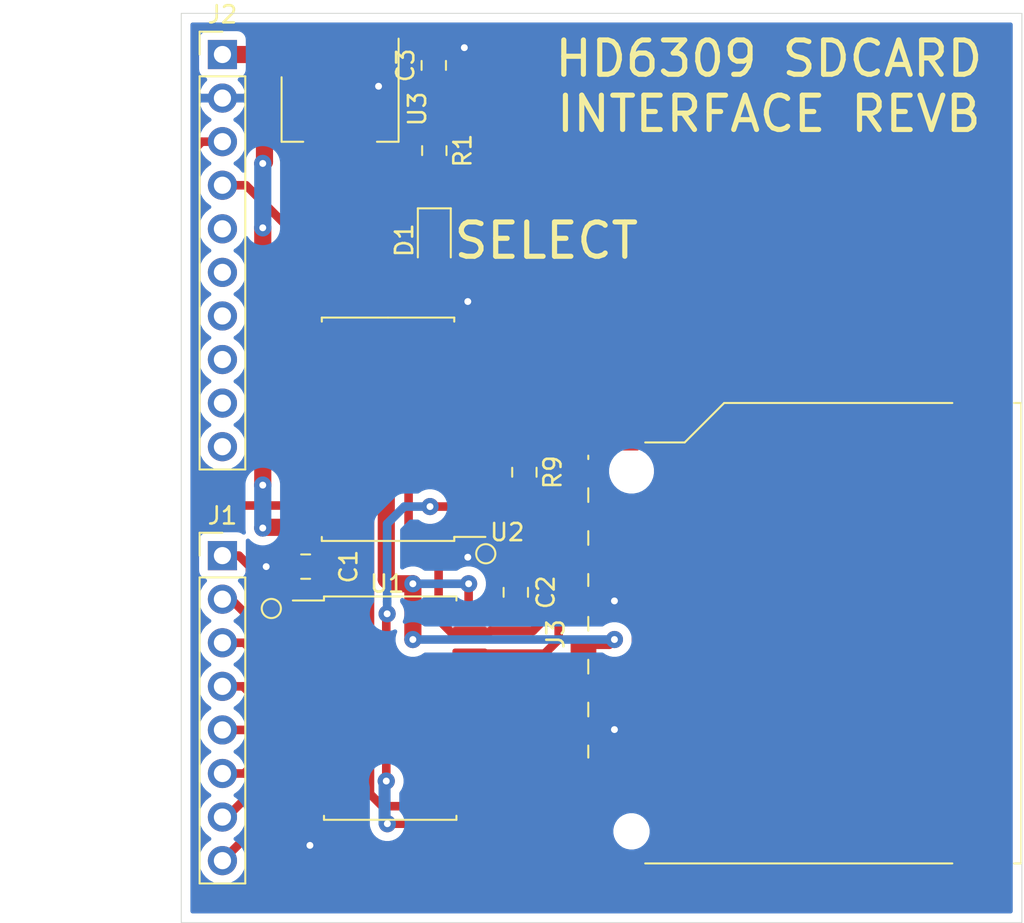
<source format=kicad_pcb>
(kicad_pcb (version 20171130) (host pcbnew "(5.1.2)-2")

  (general
    (thickness 1.6)
    (drawings 9)
    (tracks 185)
    (zones 0)
    (modules 12)
    (nets 41)
  )

  (page A4)
  (layers
    (0 F.Cu signal)
    (31 B.Cu signal)
    (32 B.Adhes user)
    (33 F.Adhes user)
    (34 B.Paste user)
    (35 F.Paste user)
    (36 B.SilkS user)
    (37 F.SilkS user)
    (38 B.Mask user)
    (39 F.Mask user)
    (40 Dwgs.User user)
    (41 Cmts.User user)
    (42 Eco1.User user)
    (43 Eco2.User user)
    (44 Edge.Cuts user)
    (45 Margin user)
    (46 B.CrtYd user)
    (47 F.CrtYd user)
    (48 B.Fab user)
    (49 F.Fab user)
  )

  (setup
    (last_trace_width 0.5)
    (user_trace_width 0.35)
    (user_trace_width 0.5)
    (user_trace_width 1)
    (trace_clearance 0.2)
    (zone_clearance 0.508)
    (zone_45_only no)
    (trace_min 0.2)
    (via_size 0.8)
    (via_drill 0.4)
    (via_min_size 0.4)
    (via_min_drill 0.3)
    (user_via 1 0.4)
    (uvia_size 0.3)
    (uvia_drill 0.1)
    (uvias_allowed no)
    (uvia_min_size 0.2)
    (uvia_min_drill 0.1)
    (edge_width 0.05)
    (segment_width 0.2)
    (pcb_text_width 0.3)
    (pcb_text_size 1.5 1.5)
    (mod_edge_width 0.12)
    (mod_text_size 1 1)
    (mod_text_width 0.15)
    (pad_size 1.524 1.524)
    (pad_drill 0.762)
    (pad_to_mask_clearance 0.051)
    (solder_mask_min_width 0.25)
    (aux_axis_origin 0 0)
    (visible_elements 7FFFFFFF)
    (pcbplotparams
      (layerselection 0x010fc_ffffffff)
      (usegerberextensions false)
      (usegerberattributes false)
      (usegerberadvancedattributes false)
      (creategerberjobfile false)
      (excludeedgelayer true)
      (linewidth 0.100000)
      (plotframeref false)
      (viasonmask false)
      (mode 1)
      (useauxorigin false)
      (hpglpennumber 1)
      (hpglpenspeed 20)
      (hpglpendiameter 15.000000)
      (psnegative false)
      (psa4output false)
      (plotreference true)
      (plotvalue true)
      (plotinvisibletext false)
      (padsonsilk false)
      (subtractmaskfromsilk false)
      (outputformat 1)
      (mirror false)
      (drillshape 1)
      (scaleselection 1)
      (outputdirectory ""))
  )

  (net 0 "")
  (net 1 GND)
  (net 2 MOSI_3V)
  (net 3 +3V3)
  (net 4 SCK_3V)
  (net 5 ~SS_3V)
  (net 6 MISO)
  (net 7 +5V)
  (net 8 "Net-(J1-Pad1)")
  (net 9 "Net-(J1-Pad2)")
  (net 10 "Net-(J1-Pad3)")
  (net 11 "Net-(J1-Pad4)")
  (net 12 "Net-(J1-Pad5)")
  (net 13 "Net-(J1-Pad6)")
  (net 14 "Net-(J1-Pad7)")
  (net 15 "Net-(J1-Pad8)")
  (net 16 ~RD)
  (net 17 ~WR)
  (net 18 "Net-(J2-Pad5)")
  (net 19 "Net-(J2-Pad6)")
  (net 20 "Net-(J2-Pad7)")
  (net 21 "Net-(J2-Pad8)")
  (net 22 "Net-(J2-Pad9)")
  (net 23 "Net-(J2-Pad10)")
  (net 24 "Net-(J3-Pad8)")
  (net 25 "Net-(J3-Pad9)")
  (net 26 CARD_DETECT)
  (net 27 "Net-(J3-Pad11)")
  (net 28 "Net-(J3-Pad12)")
  (net 29 "Net-(U2-Pad16)")
  (net 30 "Net-(U2-Pad15)")
  (net 31 "Net-(U2-Pad14)")
  (net 32 "Net-(U2-Pad13)")
  (net 33 "Net-(D1-Pad1)")
  (net 34 "Net-(U1-Pad12)")
  (net 35 "Net-(U1-Pad13)")
  (net 36 "Net-(U1-Pad14)")
  (net 37 "Net-(U1-Pad15)")
  (net 38 "Net-(U1-Pad16)")
  (net 39 "Net-(U2-Pad12)")
  (net 40 "Net-(U2-Pad11)")

  (net_class Default "This is the default net class."
    (clearance 0.2)
    (trace_width 0.25)
    (via_dia 0.8)
    (via_drill 0.4)
    (uvia_dia 0.3)
    (uvia_drill 0.1)
    (add_net +3V3)
    (add_net +5V)
    (add_net CARD_DETECT)
    (add_net GND)
    (add_net MISO)
    (add_net MOSI_3V)
    (add_net "Net-(D1-Pad1)")
    (add_net "Net-(J1-Pad1)")
    (add_net "Net-(J1-Pad2)")
    (add_net "Net-(J1-Pad3)")
    (add_net "Net-(J1-Pad4)")
    (add_net "Net-(J1-Pad5)")
    (add_net "Net-(J1-Pad6)")
    (add_net "Net-(J1-Pad7)")
    (add_net "Net-(J1-Pad8)")
    (add_net "Net-(J2-Pad10)")
    (add_net "Net-(J2-Pad5)")
    (add_net "Net-(J2-Pad6)")
    (add_net "Net-(J2-Pad7)")
    (add_net "Net-(J2-Pad8)")
    (add_net "Net-(J2-Pad9)")
    (add_net "Net-(J3-Pad11)")
    (add_net "Net-(J3-Pad12)")
    (add_net "Net-(J3-Pad8)")
    (add_net "Net-(J3-Pad9)")
    (add_net "Net-(U1-Pad12)")
    (add_net "Net-(U1-Pad13)")
    (add_net "Net-(U1-Pad14)")
    (add_net "Net-(U1-Pad15)")
    (add_net "Net-(U1-Pad16)")
    (add_net "Net-(U2-Pad11)")
    (add_net "Net-(U2-Pad12)")
    (add_net "Net-(U2-Pad13)")
    (add_net "Net-(U2-Pad14)")
    (add_net "Net-(U2-Pad15)")
    (add_net "Net-(U2-Pad16)")
    (add_net SCK_3V)
    (add_net ~RD)
    (add_net ~SS_3V)
    (add_net ~WR)
  )

  (module Capacitor_SMD:C_0805_2012Metric_Pad1.15x1.40mm_HandSolder (layer F.Cu) (tedit 5B36C52B) (tstamp 5D9ADCB4)
    (at 30.25 55.25 180)
    (descr "Capacitor SMD 0805 (2012 Metric), square (rectangular) end terminal, IPC_7351 nominal with elongated pad for handsoldering. (Body size source: https://docs.google.com/spreadsheets/d/1BsfQQcO9C6DZCsRaXUlFlo91Tg2WpOkGARC1WS5S8t0/edit?usp=sharing), generated with kicad-footprint-generator")
    (tags "capacitor handsolder")
    (path /5D9AAE3B)
    (attr smd)
    (fp_text reference C1 (at -2.5 0 90) (layer F.SilkS)
      (effects (font (size 1 1) (thickness 0.15)))
    )
    (fp_text value 100n (at 0 1.65) (layer F.Fab)
      (effects (font (size 1 1) (thickness 0.15)))
    )
    (fp_text user %R (at 0 0) (layer F.Fab)
      (effects (font (size 0.5 0.5) (thickness 0.08)))
    )
    (fp_line (start 1.85 0.95) (end -1.85 0.95) (layer F.CrtYd) (width 0.05))
    (fp_line (start 1.85 -0.95) (end 1.85 0.95) (layer F.CrtYd) (width 0.05))
    (fp_line (start -1.85 -0.95) (end 1.85 -0.95) (layer F.CrtYd) (width 0.05))
    (fp_line (start -1.85 0.95) (end -1.85 -0.95) (layer F.CrtYd) (width 0.05))
    (fp_line (start -0.261252 0.71) (end 0.261252 0.71) (layer F.SilkS) (width 0.12))
    (fp_line (start -0.261252 -0.71) (end 0.261252 -0.71) (layer F.SilkS) (width 0.12))
    (fp_line (start 1 0.6) (end -1 0.6) (layer F.Fab) (width 0.1))
    (fp_line (start 1 -0.6) (end 1 0.6) (layer F.Fab) (width 0.1))
    (fp_line (start -1 -0.6) (end 1 -0.6) (layer F.Fab) (width 0.1))
    (fp_line (start -1 0.6) (end -1 -0.6) (layer F.Fab) (width 0.1))
    (pad 2 smd roundrect (at 1.025 0 180) (size 1.15 1.4) (layers F.Cu F.Paste F.Mask) (roundrect_rratio 0.217391)
      (net 1 GND))
    (pad 1 smd roundrect (at -1.025 0 180) (size 1.15 1.4) (layers F.Cu F.Paste F.Mask) (roundrect_rratio 0.217391)
      (net 7 +5V))
    (model ${KISYS3DMOD}/Capacitor_SMD.3dshapes/C_0805_2012Metric.wrl
      (at (xyz 0 0 0))
      (scale (xyz 1 1 1))
      (rotate (xyz 0 0 0))
    )
  )

  (module Capacitor_SMD:C_0805_2012Metric_Pad1.15x1.40mm_HandSolder (layer F.Cu) (tedit 5B36C52B) (tstamp 5DA11ACB)
    (at 42.5 56.75 90)
    (descr "Capacitor SMD 0805 (2012 Metric), square (rectangular) end terminal, IPC_7351 nominal with elongated pad for handsoldering. (Body size source: https://docs.google.com/spreadsheets/d/1BsfQQcO9C6DZCsRaXUlFlo91Tg2WpOkGARC1WS5S8t0/edit?usp=sharing), generated with kicad-footprint-generator")
    (tags "capacitor handsolder")
    (path /5D9AB622)
    (attr smd)
    (fp_text reference C2 (at 0 1.75 90) (layer F.SilkS)
      (effects (font (size 1 1) (thickness 0.15)))
    )
    (fp_text value 100n (at 0 1.65 90) (layer F.Fab)
      (effects (font (size 1 1) (thickness 0.15)))
    )
    (fp_line (start -1 0.6) (end -1 -0.6) (layer F.Fab) (width 0.1))
    (fp_line (start -1 -0.6) (end 1 -0.6) (layer F.Fab) (width 0.1))
    (fp_line (start 1 -0.6) (end 1 0.6) (layer F.Fab) (width 0.1))
    (fp_line (start 1 0.6) (end -1 0.6) (layer F.Fab) (width 0.1))
    (fp_line (start -0.261252 -0.71) (end 0.261252 -0.71) (layer F.SilkS) (width 0.12))
    (fp_line (start -0.261252 0.71) (end 0.261252 0.71) (layer F.SilkS) (width 0.12))
    (fp_line (start -1.85 0.95) (end -1.85 -0.95) (layer F.CrtYd) (width 0.05))
    (fp_line (start -1.85 -0.95) (end 1.85 -0.95) (layer F.CrtYd) (width 0.05))
    (fp_line (start 1.85 -0.95) (end 1.85 0.95) (layer F.CrtYd) (width 0.05))
    (fp_line (start 1.85 0.95) (end -1.85 0.95) (layer F.CrtYd) (width 0.05))
    (fp_text user %R (at 0 0 90) (layer F.Fab)
      (effects (font (size 0.5 0.5) (thickness 0.08)))
    )
    (pad 1 smd roundrect (at -1.025 0 90) (size 1.15 1.4) (layers F.Cu F.Paste F.Mask) (roundrect_rratio 0.217391)
      (net 3 +3V3))
    (pad 2 smd roundrect (at 1.025 0 90) (size 1.15 1.4) (layers F.Cu F.Paste F.Mask) (roundrect_rratio 0.217391)
      (net 1 GND))
    (model ${KISYS3DMOD}/Capacitor_SMD.3dshapes/C_0805_2012Metric.wrl
      (at (xyz 0 0 0))
      (scale (xyz 1 1 1))
      (rotate (xyz 0 0 0))
    )
  )

  (module Connector_PinHeader_2.54mm:PinHeader_1x08_P2.54mm_Vertical (layer F.Cu) (tedit 59FED5CC) (tstamp 5D9ADCE1)
    (at 25.4 54.61)
    (descr "Through hole straight pin header, 1x08, 2.54mm pitch, single row")
    (tags "Through hole pin header THT 1x08 2.54mm single row")
    (path /5D9A9B47)
    (fp_text reference J1 (at 0 -2.33) (layer F.SilkS)
      (effects (font (size 1 1) (thickness 0.15)))
    )
    (fp_text value Conn_01x08 (at 0 20.11) (layer F.Fab)
      (effects (font (size 1 1) (thickness 0.15)))
    )
    (fp_line (start -0.635 -1.27) (end 1.27 -1.27) (layer F.Fab) (width 0.1))
    (fp_line (start 1.27 -1.27) (end 1.27 19.05) (layer F.Fab) (width 0.1))
    (fp_line (start 1.27 19.05) (end -1.27 19.05) (layer F.Fab) (width 0.1))
    (fp_line (start -1.27 19.05) (end -1.27 -0.635) (layer F.Fab) (width 0.1))
    (fp_line (start -1.27 -0.635) (end -0.635 -1.27) (layer F.Fab) (width 0.1))
    (fp_line (start -1.33 19.11) (end 1.33 19.11) (layer F.SilkS) (width 0.12))
    (fp_line (start -1.33 1.27) (end -1.33 19.11) (layer F.SilkS) (width 0.12))
    (fp_line (start 1.33 1.27) (end 1.33 19.11) (layer F.SilkS) (width 0.12))
    (fp_line (start -1.33 1.27) (end 1.33 1.27) (layer F.SilkS) (width 0.12))
    (fp_line (start -1.33 0) (end -1.33 -1.33) (layer F.SilkS) (width 0.12))
    (fp_line (start -1.33 -1.33) (end 0 -1.33) (layer F.SilkS) (width 0.12))
    (fp_line (start -1.8 -1.8) (end -1.8 19.55) (layer F.CrtYd) (width 0.05))
    (fp_line (start -1.8 19.55) (end 1.8 19.55) (layer F.CrtYd) (width 0.05))
    (fp_line (start 1.8 19.55) (end 1.8 -1.8) (layer F.CrtYd) (width 0.05))
    (fp_line (start 1.8 -1.8) (end -1.8 -1.8) (layer F.CrtYd) (width 0.05))
    (fp_text user %R (at 0 8.89 90) (layer F.Fab)
      (effects (font (size 1 1) (thickness 0.15)))
    )
    (pad 1 thru_hole rect (at 0 0) (size 1.7 1.7) (drill 1) (layers *.Cu *.Mask)
      (net 8 "Net-(J1-Pad1)"))
    (pad 2 thru_hole oval (at 0 2.54) (size 1.7 1.7) (drill 1) (layers *.Cu *.Mask)
      (net 9 "Net-(J1-Pad2)"))
    (pad 3 thru_hole oval (at 0 5.08) (size 1.7 1.7) (drill 1) (layers *.Cu *.Mask)
      (net 10 "Net-(J1-Pad3)"))
    (pad 4 thru_hole oval (at 0 7.62) (size 1.7 1.7) (drill 1) (layers *.Cu *.Mask)
      (net 11 "Net-(J1-Pad4)"))
    (pad 5 thru_hole oval (at 0 10.16) (size 1.7 1.7) (drill 1) (layers *.Cu *.Mask)
      (net 12 "Net-(J1-Pad5)"))
    (pad 6 thru_hole oval (at 0 12.7) (size 1.7 1.7) (drill 1) (layers *.Cu *.Mask)
      (net 13 "Net-(J1-Pad6)"))
    (pad 7 thru_hole oval (at 0 15.24) (size 1.7 1.7) (drill 1) (layers *.Cu *.Mask)
      (net 14 "Net-(J1-Pad7)"))
    (pad 8 thru_hole oval (at 0 17.78) (size 1.7 1.7) (drill 1) (layers *.Cu *.Mask)
      (net 15 "Net-(J1-Pad8)"))
    (model ${KISYS3DMOD}/Connector_PinHeader_2.54mm.3dshapes/PinHeader_1x08_P2.54mm_Vertical.wrl
      (at (xyz 0 0 0))
      (scale (xyz 1 1 1))
      (rotate (xyz 0 0 0))
    )
  )

  (module Connector_PinHeader_2.54mm:PinHeader_1x10_P2.54mm_Vertical (layer F.Cu) (tedit 59FED5CC) (tstamp 5D9ADCFF)
    (at 25.4 25.4)
    (descr "Through hole straight pin header, 1x10, 2.54mm pitch, single row")
    (tags "Through hole pin header THT 1x10 2.54mm single row")
    (path /5D9A892D)
    (fp_text reference J2 (at 0 -2.33) (layer F.SilkS)
      (effects (font (size 1 1) (thickness 0.15)))
    )
    (fp_text value Conn_01x10 (at 0 25.19) (layer F.Fab)
      (effects (font (size 1 1) (thickness 0.15)))
    )
    (fp_line (start -0.635 -1.27) (end 1.27 -1.27) (layer F.Fab) (width 0.1))
    (fp_line (start 1.27 -1.27) (end 1.27 24.13) (layer F.Fab) (width 0.1))
    (fp_line (start 1.27 24.13) (end -1.27 24.13) (layer F.Fab) (width 0.1))
    (fp_line (start -1.27 24.13) (end -1.27 -0.635) (layer F.Fab) (width 0.1))
    (fp_line (start -1.27 -0.635) (end -0.635 -1.27) (layer F.Fab) (width 0.1))
    (fp_line (start -1.33 24.19) (end 1.33 24.19) (layer F.SilkS) (width 0.12))
    (fp_line (start -1.33 1.27) (end -1.33 24.19) (layer F.SilkS) (width 0.12))
    (fp_line (start 1.33 1.27) (end 1.33 24.19) (layer F.SilkS) (width 0.12))
    (fp_line (start -1.33 1.27) (end 1.33 1.27) (layer F.SilkS) (width 0.12))
    (fp_line (start -1.33 0) (end -1.33 -1.33) (layer F.SilkS) (width 0.12))
    (fp_line (start -1.33 -1.33) (end 0 -1.33) (layer F.SilkS) (width 0.12))
    (fp_line (start -1.8 -1.8) (end -1.8 24.65) (layer F.CrtYd) (width 0.05))
    (fp_line (start -1.8 24.65) (end 1.8 24.65) (layer F.CrtYd) (width 0.05))
    (fp_line (start 1.8 24.65) (end 1.8 -1.8) (layer F.CrtYd) (width 0.05))
    (fp_line (start 1.8 -1.8) (end -1.8 -1.8) (layer F.CrtYd) (width 0.05))
    (fp_text user %R (at 0 11.43 90) (layer F.Fab)
      (effects (font (size 1 1) (thickness 0.15)))
    )
    (pad 1 thru_hole rect (at 0 0) (size 1.7 1.7) (drill 1) (layers *.Cu *.Mask)
      (net 7 +5V))
    (pad 2 thru_hole oval (at 0 2.54) (size 1.7 1.7) (drill 1) (layers *.Cu *.Mask)
      (net 1 GND))
    (pad 3 thru_hole oval (at 0 5.08) (size 1.7 1.7) (drill 1) (layers *.Cu *.Mask)
      (net 16 ~RD))
    (pad 4 thru_hole oval (at 0 7.62) (size 1.7 1.7) (drill 1) (layers *.Cu *.Mask)
      (net 17 ~WR))
    (pad 5 thru_hole oval (at 0 10.16) (size 1.7 1.7) (drill 1) (layers *.Cu *.Mask)
      (net 18 "Net-(J2-Pad5)"))
    (pad 6 thru_hole oval (at 0 12.7) (size 1.7 1.7) (drill 1) (layers *.Cu *.Mask)
      (net 19 "Net-(J2-Pad6)"))
    (pad 7 thru_hole oval (at 0 15.24) (size 1.7 1.7) (drill 1) (layers *.Cu *.Mask)
      (net 20 "Net-(J2-Pad7)"))
    (pad 8 thru_hole oval (at 0 17.78) (size 1.7 1.7) (drill 1) (layers *.Cu *.Mask)
      (net 21 "Net-(J2-Pad8)"))
    (pad 9 thru_hole oval (at 0 20.32) (size 1.7 1.7) (drill 1) (layers *.Cu *.Mask)
      (net 22 "Net-(J2-Pad9)"))
    (pad 10 thru_hole oval (at 0 22.86) (size 1.7 1.7) (drill 1) (layers *.Cu *.Mask)
      (net 23 "Net-(J2-Pad10)"))
    (model ${KISYS3DMOD}/Connector_PinHeader_2.54mm.3dshapes/PinHeader_1x10_P2.54mm_Vertical.wrl
      (at (xyz 0 0 0))
      (scale (xyz 1 1 1))
      (rotate (xyz 0 0 0))
    )
  )

  (module Connector_Card:SD_TE_2041021 (layer F.Cu) (tedit 5A668550) (tstamp 5DA10A60)
    (at 58.42 59.182 90)
    (descr "SD card connector, top mount, SMT (http://www.te.com/commerce/DocumentDelivery/DDEController?Action=showdoc&DocId=Customer+Drawing%7F2041021%7FB%7Fpdf%7FEnglish%7FENG_CD_2041021_B_C_2041021_B.pdf%7F2041021-4)")
    (tags "sd card")
    (path /5DA3D279)
    (attr smd)
    (fp_text reference J3 (at 0 -13.6 90) (layer F.SilkS)
      (effects (font (size 1 1) (thickness 0.15)))
    )
    (fp_text value SD_Card (at 0 4 90) (layer F.Fab)
      (effects (font (size 1 1) (thickness 0.15)))
    )
    (fp_text user KEEPOUT (at 0 -3.56 90) (layer Cmts.User)
      (effects (font (size 1 1) (thickness 0.15)))
    )
    (fp_text user %R (at 0 2 90) (layer F.Fab)
      (effects (font (size 1 1) (thickness 0.15)))
    )
    (fp_line (start 10.3 -8.075) (end -10.67 -8.075) (layer Dwgs.User) (width 0.1))
    (fp_line (start 10.3 0.875) (end 10.3 -8.075) (layer Dwgs.User) (width 0.1))
    (fp_line (start -10.67 0.875) (end 10.3 0.875) (layer Dwgs.User) (width 0.1))
    (fp_line (start -10.67 -8.075) (end -10.67 0.875) (layer Dwgs.User) (width 0.1))
    (fp_line (start 11.05 -11.575) (end -13.25 -11.575) (layer F.Fab) (width 0.1))
    (fp_line (start 11.05 -6.015) (end 11.05 -11.575) (layer F.Fab) (width 0.1))
    (fp_line (start 13.35 -3.715) (end 11.05 -6.015) (layer F.Fab) (width 0.1))
    (fp_line (start 13.35 13.425) (end 13.35 -3.715) (layer F.Fab) (width 0.1))
    (fp_line (start -13.25 13.425) (end 13.35 13.425) (layer F.Fab) (width 0.1))
    (fp_line (start -13.25 -11.575) (end -13.25 13.425) (layer F.Fab) (width 0.1))
    (fp_line (start 13.47 13.545) (end 13.47 13.125) (layer F.SilkS) (width 0.12))
    (fp_line (start -13.37 13.545) (end 13.47 13.545) (layer F.SilkS) (width 0.12))
    (fp_line (start -13.37 13.125) (end -13.37 13.545) (layer F.SilkS) (width 0.12))
    (fp_line (start -13.37 -8.375) (end -13.37 9.525) (layer F.SilkS) (width 0.12))
    (fp_line (start 13.47 -3.775) (end 13.47 9.525) (layer F.SilkS) (width 0.12))
    (fp_line (start 11.17 -6.075) (end 13.47 -3.775) (layer F.SilkS) (width 0.12))
    (fp_line (start 11.17 -8.375) (end 11.17 -6.075) (layer F.SilkS) (width 0.12))
    (fp_line (start -7.2 -11.695) (end -6.5 -11.695) (layer F.SilkS) (width 0.12))
    (fp_line (start -14.65 -12.98) (end 14.65 -12.98) (layer F.CrtYd) (width 0.05))
    (fp_line (start -14.65 -12.98) (end -14.65 13.68) (layer F.CrtYd) (width 0.05))
    (fp_line (start 14.65 13.68) (end 14.65 -12.98) (layer F.CrtYd) (width 0.05))
    (fp_line (start 14.65 13.68) (end -14.65 13.68) (layer F.CrtYd) (width 0.05))
    (fp_line (start -4.8 -11.695) (end -4 -11.695) (layer F.SilkS) (width 0.12))
    (fp_line (start -2.3 -11.695) (end -1.5 -11.695) (layer F.SilkS) (width 0.12))
    (fp_line (start 10.2 -11.695) (end 10.4 -11.695) (layer F.SilkS) (width 0.12))
    (fp_line (start 0.2 -11.695) (end 1 -11.695) (layer F.SilkS) (width 0.12))
    (fp_line (start 2.8 -11.695) (end 3.5 -11.695) (layer F.SilkS) (width 0.12))
    (fp_line (start 5.2 -11.695) (end 6 -11.695) (layer F.SilkS) (width 0.12))
    (fp_line (start 7.7 -11.695) (end 8.5 -11.695) (layer F.SilkS) (width 0.12))
    (fp_line (start -1.72 -8.075) (end -10.67 0.875) (layer Dwgs.User) (width 0.1))
    (fp_line (start 0.28 -8.075) (end -8.67 0.875) (layer Dwgs.User) (width 0.1))
    (fp_line (start 2.28 -8.075) (end -6.67 0.875) (layer Dwgs.User) (width 0.1))
    (fp_line (start 4.28 -8.075) (end -4.67 0.875) (layer Dwgs.User) (width 0.1))
    (fp_line (start 6.28 -8.075) (end -2.67 0.875) (layer Dwgs.User) (width 0.1))
    (fp_line (start 8.28 -8.075) (end -0.67 0.875) (layer Dwgs.User) (width 0.1))
    (fp_line (start 10.28 -8.075) (end 1.33 0.875) (layer Dwgs.User) (width 0.1))
    (fp_line (start -3.72 -8.075) (end -10.67 -1.125) (layer Dwgs.User) (width 0.1))
    (fp_line (start -5.72 -8.075) (end -10.67 -3.125) (layer Dwgs.User) (width 0.1))
    (fp_line (start -7.72 -8.075) (end -10.67 -5.125) (layer Dwgs.User) (width 0.1))
    (fp_line (start -9.72 -8.075) (end -10.67 -7.125) (layer Dwgs.User) (width 0.1))
    (fp_line (start 10.3 -6.095) (end 3.33 0.875) (layer Dwgs.User) (width 0.1))
    (fp_line (start 10.3 -4.095) (end 5.33 0.875) (layer Dwgs.User) (width 0.1))
    (fp_line (start 10.3 -2.095) (end 7.33 0.875) (layer Dwgs.User) (width 0.1))
    (fp_line (start 10.3 -0.095) (end 9.33 0.875) (layer Dwgs.User) (width 0.1))
    (pad 1 smd rect (at 6.875 -11.975 90) (size 1 1.5) (layers F.Cu F.Paste F.Mask)
      (net 5 ~SS_3V))
    (pad 2 smd rect (at 4.375 -11.975 90) (size 1 1.5) (layers F.Cu F.Paste F.Mask)
      (net 2 MOSI_3V))
    (pad 3 smd rect (at 1.875 -11.975 90) (size 1 1.5) (layers F.Cu F.Paste F.Mask)
      (net 1 GND))
    (pad 4 smd rect (at -0.625 -11.975 90) (size 1 1.5) (layers F.Cu F.Paste F.Mask)
      (net 3 +3V3))
    (pad 5 smd rect (at -3.125 -11.975 90) (size 1 1.5) (layers F.Cu F.Paste F.Mask)
      (net 4 SCK_3V))
    (pad 6 smd rect (at -5.625 -11.975 90) (size 1 1.5) (layers F.Cu F.Paste F.Mask)
      (net 1 GND))
    (pad 7 smd rect (at -8.055 -11.975 90) (size 1 1.5) (layers F.Cu F.Paste F.Mask)
      (net 6 MISO))
    (pad 8 smd rect (at -9.755 -11.975 90) (size 1 1.5) (layers F.Cu F.Paste F.Mask)
      (net 24 "Net-(J3-Pad8)"))
    (pad 9 smd rect (at 9.375 -11.975 90) (size 1 1.5) (layers F.Cu F.Paste F.Mask)
      (net 25 "Net-(J3-Pad9)"))
    (pad 10 smd rect (at -11.055 -11.975 90) (size 0.7 1.5) (layers F.Cu F.Paste F.Mask)
      (net 26 CARD_DETECT))
    (pad 11 smd rect (at -12.255 -11.975 90) (size 0.7 1.5) (layers F.Cu F.Paste F.Mask)
      (net 27 "Net-(J3-Pad11)"))
    (pad "" np_thru_hole circle (at 9.5 -9.175 90) (size 1.6 1.6) (drill 1.6) (layers *.Cu *.Mask))
    (pad "" np_thru_hole circle (at -11.5 -9.175 90) (size 1.1 1.1) (drill 1.1) (layers *.Cu *.Mask))
    (pad 12 smd rect (at 11.45 -10.175 90) (size 1.5 2.8) (layers F.Cu F.Paste F.Mask)
      (net 28 "Net-(J3-Pad12)"))
    (pad 12 smd rect (at 13.65 11.325 90) (size 1.5 2.8) (layers F.Cu F.Paste F.Mask)
      (net 28 "Net-(J3-Pad12)"))
    (pad 12 smd rect (at -13.65 11.325 90) (size 1.5 2.8) (layers F.Cu F.Paste F.Mask)
      (net 28 "Net-(J3-Pad12)"))
    (pad 12 smd rect (at -13.65 -10.175 90) (size 1.5 2.8) (layers F.Cu F.Paste F.Mask)
      (net 28 "Net-(J3-Pad12)"))
    (model ${KISYS3DMOD}/Connector_Card.3dshapes/SD_TE_2041021.wrl
      (at (xyz 0 0 0))
      (scale (xyz 1 1 1))
      (rotate (xyz 0 0 0))
    )
  )

  (module Resistor_SMD:R_0805_2012Metric_Pad1.15x1.40mm_HandSolder (layer F.Cu) (tedit 5B36C52B) (tstamp 5D9ADD6A)
    (at 37.75 31 270)
    (descr "Resistor SMD 0805 (2012 Metric), square (rectangular) end terminal, IPC_7351 nominal with elongated pad for handsoldering. (Body size source: https://docs.google.com/spreadsheets/d/1BsfQQcO9C6DZCsRaXUlFlo91Tg2WpOkGARC1WS5S8t0/edit?usp=sharing), generated with kicad-footprint-generator")
    (tags "resistor handsolder")
    (path /5DAB8360)
    (attr smd)
    (fp_text reference R1 (at 0 -1.65 90) (layer F.SilkS)
      (effects (font (size 1 1) (thickness 0.15)))
    )
    (fp_text value 470 (at 0 -1.778 90) (layer F.Fab)
      (effects (font (size 1 1) (thickness 0.15)))
    )
    (fp_line (start -1 0.6) (end -1 -0.6) (layer F.Fab) (width 0.1))
    (fp_line (start -1 -0.6) (end 1 -0.6) (layer F.Fab) (width 0.1))
    (fp_line (start 1 -0.6) (end 1 0.6) (layer F.Fab) (width 0.1))
    (fp_line (start 1 0.6) (end -1 0.6) (layer F.Fab) (width 0.1))
    (fp_line (start -0.261252 -0.71) (end 0.261252 -0.71) (layer F.SilkS) (width 0.12))
    (fp_line (start -0.261252 0.71) (end 0.261252 0.71) (layer F.SilkS) (width 0.12))
    (fp_line (start -1.85 0.95) (end -1.85 -0.95) (layer F.CrtYd) (width 0.05))
    (fp_line (start -1.85 -0.95) (end 1.85 -0.95) (layer F.CrtYd) (width 0.05))
    (fp_line (start 1.85 -0.95) (end 1.85 0.95) (layer F.CrtYd) (width 0.05))
    (fp_line (start 1.85 0.95) (end -1.85 0.95) (layer F.CrtYd) (width 0.05))
    (fp_text user %R (at 0 0 90) (layer F.Fab)
      (effects (font (size 0.5 0.5) (thickness 0.08)))
    )
    (pad 1 smd roundrect (at -1.025 0 270) (size 1.15 1.4) (layers F.Cu F.Paste F.Mask) (roundrect_rratio 0.217391)
      (net 3 +3V3))
    (pad 2 smd roundrect (at 1.025 0 270) (size 1.15 1.4) (layers F.Cu F.Paste F.Mask) (roundrect_rratio 0.217391)
      (net 33 "Net-(D1-Pad1)"))
    (model ${KISYS3DMOD}/Resistor_SMD.3dshapes/R_0805_2012Metric.wrl
      (at (xyz 0 0 0))
      (scale (xyz 1 1 1))
      (rotate (xyz 0 0 0))
    )
  )

  (module Resistor_SMD:R_0805_2012Metric_Pad1.15x1.40mm_HandSolder (layer F.Cu) (tedit 5B36C52B) (tstamp 5DA10D19)
    (at 43 49.75 270)
    (descr "Resistor SMD 0805 (2012 Metric), square (rectangular) end terminal, IPC_7351 nominal with elongated pad for handsoldering. (Body size source: https://docs.google.com/spreadsheets/d/1BsfQQcO9C6DZCsRaXUlFlo91Tg2WpOkGARC1WS5S8t0/edit?usp=sharing), generated with kicad-footprint-generator")
    (tags "resistor handsolder")
    (path /5DB4243F)
    (attr smd)
    (fp_text reference R9 (at 0 -1.65 90) (layer F.SilkS)
      (effects (font (size 1 1) (thickness 0.15)))
    )
    (fp_text value 10k (at 0 1.65 90) (layer F.Fab)
      (effects (font (size 1 1) (thickness 0.15)))
    )
    (fp_text user %R (at 0 0 90) (layer F.Fab)
      (effects (font (size 0.5 0.5) (thickness 0.08)))
    )
    (fp_line (start 1.85 0.95) (end -1.85 0.95) (layer F.CrtYd) (width 0.05))
    (fp_line (start 1.85 -0.95) (end 1.85 0.95) (layer F.CrtYd) (width 0.05))
    (fp_line (start -1.85 -0.95) (end 1.85 -0.95) (layer F.CrtYd) (width 0.05))
    (fp_line (start -1.85 0.95) (end -1.85 -0.95) (layer F.CrtYd) (width 0.05))
    (fp_line (start -0.261252 0.71) (end 0.261252 0.71) (layer F.SilkS) (width 0.12))
    (fp_line (start -0.261252 -0.71) (end 0.261252 -0.71) (layer F.SilkS) (width 0.12))
    (fp_line (start 1 0.6) (end -1 0.6) (layer F.Fab) (width 0.1))
    (fp_line (start 1 -0.6) (end 1 0.6) (layer F.Fab) (width 0.1))
    (fp_line (start -1 -0.6) (end 1 -0.6) (layer F.Fab) (width 0.1))
    (fp_line (start -1 0.6) (end -1 -0.6) (layer F.Fab) (width 0.1))
    (pad 2 smd roundrect (at 1.025 0 270) (size 1.15 1.4) (layers F.Cu F.Paste F.Mask) (roundrect_rratio 0.217391)
      (net 26 CARD_DETECT))
    (pad 1 smd roundrect (at -1.025 0 270) (size 1.15 1.4) (layers F.Cu F.Paste F.Mask) (roundrect_rratio 0.217391)
      (net 3 +3V3))
    (model ${KISYS3DMOD}/Resistor_SMD.3dshapes/R_0805_2012Metric.wrl
      (at (xyz 0 0 0))
      (scale (xyz 1 1 1))
      (rotate (xyz 0 0 0))
    )
  )

  (module Package_SO:SOIC-20W_7.5x12.8mm_P1.27mm (layer F.Cu) (tedit 5C97300E) (tstamp 5DA0E2E8)
    (at 35.179 63.5)
    (descr "SOIC, 20 Pin (JEDEC MS-013AC, https://www.analog.com/media/en/package-pcb-resources/package/233848rw_20.pdf), generated with kicad-footprint-generator ipc_gullwing_generator.py")
    (tags "SOIC SO")
    (path /5D9BB470)
    (attr smd)
    (fp_text reference U1 (at -0.179 -7.25) (layer F.SilkS)
      (effects (font (size 1 1) (thickness 0.15)))
    )
    (fp_text value 74LVX574 (at 0 7.35) (layer F.Fab)
      (effects (font (size 1 1) (thickness 0.15)))
    )
    (fp_line (start 0 6.51) (end 3.86 6.51) (layer F.SilkS) (width 0.12))
    (fp_line (start 3.86 6.51) (end 3.86 6.275) (layer F.SilkS) (width 0.12))
    (fp_line (start 0 6.51) (end -3.86 6.51) (layer F.SilkS) (width 0.12))
    (fp_line (start -3.86 6.51) (end -3.86 6.275) (layer F.SilkS) (width 0.12))
    (fp_line (start 0 -6.51) (end 3.86 -6.51) (layer F.SilkS) (width 0.12))
    (fp_line (start 3.86 -6.51) (end 3.86 -6.275) (layer F.SilkS) (width 0.12))
    (fp_line (start 0 -6.51) (end -3.86 -6.51) (layer F.SilkS) (width 0.12))
    (fp_line (start -3.86 -6.51) (end -3.86 -6.275) (layer F.SilkS) (width 0.12))
    (fp_line (start -3.86 -6.275) (end -5.675 -6.275) (layer F.SilkS) (width 0.12))
    (fp_line (start -2.75 -6.4) (end 3.75 -6.4) (layer F.Fab) (width 0.1))
    (fp_line (start 3.75 -6.4) (end 3.75 6.4) (layer F.Fab) (width 0.1))
    (fp_line (start 3.75 6.4) (end -3.75 6.4) (layer F.Fab) (width 0.1))
    (fp_line (start -3.75 6.4) (end -3.75 -5.4) (layer F.Fab) (width 0.1))
    (fp_line (start -3.75 -5.4) (end -2.75 -6.4) (layer F.Fab) (width 0.1))
    (fp_line (start -5.93 -6.65) (end -5.93 6.65) (layer F.CrtYd) (width 0.05))
    (fp_line (start -5.93 6.65) (end 5.93 6.65) (layer F.CrtYd) (width 0.05))
    (fp_line (start 5.93 6.65) (end 5.93 -6.65) (layer F.CrtYd) (width 0.05))
    (fp_line (start 5.93 -6.65) (end -5.93 -6.65) (layer F.CrtYd) (width 0.05))
    (fp_text user %R (at 0 0) (layer F.Fab)
      (effects (font (size 1 1) (thickness 0.15)))
    )
    (pad 1 smd roundrect (at -4.65 -5.715) (size 2.05 0.6) (layers F.Cu F.Paste F.Mask) (roundrect_rratio 0.25)
      (net 1 GND))
    (pad 2 smd roundrect (at -4.65 -4.445) (size 2.05 0.6) (layers F.Cu F.Paste F.Mask) (roundrect_rratio 0.25)
      (net 8 "Net-(J1-Pad1)"))
    (pad 3 smd roundrect (at -4.65 -3.175) (size 2.05 0.6) (layers F.Cu F.Paste F.Mask) (roundrect_rratio 0.25)
      (net 9 "Net-(J1-Pad2)"))
    (pad 4 smd roundrect (at -4.65 -1.905) (size 2.05 0.6) (layers F.Cu F.Paste F.Mask) (roundrect_rratio 0.25)
      (net 10 "Net-(J1-Pad3)"))
    (pad 5 smd roundrect (at -4.65 -0.635) (size 2.05 0.6) (layers F.Cu F.Paste F.Mask) (roundrect_rratio 0.25)
      (net 11 "Net-(J1-Pad4)"))
    (pad 6 smd roundrect (at -4.65 0.635) (size 2.05 0.6) (layers F.Cu F.Paste F.Mask) (roundrect_rratio 0.25)
      (net 12 "Net-(J1-Pad5)"))
    (pad 7 smd roundrect (at -4.65 1.905) (size 2.05 0.6) (layers F.Cu F.Paste F.Mask) (roundrect_rratio 0.25)
      (net 13 "Net-(J1-Pad6)"))
    (pad 8 smd roundrect (at -4.65 3.175) (size 2.05 0.6) (layers F.Cu F.Paste F.Mask) (roundrect_rratio 0.25)
      (net 14 "Net-(J1-Pad7)"))
    (pad 9 smd roundrect (at -4.65 4.445) (size 2.05 0.6) (layers F.Cu F.Paste F.Mask) (roundrect_rratio 0.25)
      (net 15 "Net-(J1-Pad8)"))
    (pad 10 smd roundrect (at -4.65 5.715) (size 2.05 0.6) (layers F.Cu F.Paste F.Mask) (roundrect_rratio 0.25)
      (net 1 GND))
    (pad 11 smd roundrect (at 4.65 5.715) (size 2.05 0.6) (layers F.Cu F.Paste F.Mask) (roundrect_rratio 0.25)
      (net 17 ~WR))
    (pad 12 smd roundrect (at 4.65 4.445) (size 2.05 0.6) (layers F.Cu F.Paste F.Mask) (roundrect_rratio 0.25)
      (net 34 "Net-(U1-Pad12)"))
    (pad 13 smd roundrect (at 4.65 3.175) (size 2.05 0.6) (layers F.Cu F.Paste F.Mask) (roundrect_rratio 0.25)
      (net 35 "Net-(U1-Pad13)"))
    (pad 14 smd roundrect (at 4.65 1.905) (size 2.05 0.6) (layers F.Cu F.Paste F.Mask) (roundrect_rratio 0.25)
      (net 36 "Net-(U1-Pad14)"))
    (pad 15 smd roundrect (at 4.65 0.635) (size 2.05 0.6) (layers F.Cu F.Paste F.Mask) (roundrect_rratio 0.25)
      (net 37 "Net-(U1-Pad15)"))
    (pad 16 smd roundrect (at 4.65 -0.635) (size 2.05 0.6) (layers F.Cu F.Paste F.Mask) (roundrect_rratio 0.25)
      (net 38 "Net-(U1-Pad16)"))
    (pad 17 smd roundrect (at 4.65 -1.905) (size 2.05 0.6) (layers F.Cu F.Paste F.Mask) (roundrect_rratio 0.25)
      (net 4 SCK_3V))
    (pad 18 smd roundrect (at 4.65 -3.175) (size 2.05 0.6) (layers F.Cu F.Paste F.Mask) (roundrect_rratio 0.25)
      (net 2 MOSI_3V))
    (pad 19 smd roundrect (at 4.65 -4.445) (size 2.05 0.6) (layers F.Cu F.Paste F.Mask) (roundrect_rratio 0.25)
      (net 5 ~SS_3V))
    (pad 20 smd roundrect (at 4.65 -5.715) (size 2.05 0.6) (layers F.Cu F.Paste F.Mask) (roundrect_rratio 0.25)
      (net 3 +3V3))
    (model ${KISYS3DMOD}/Package_SO.3dshapes/SOIC-20W_7.5x12.8mm_P1.27mm.wrl
      (at (xyz 0 0 0))
      (scale (xyz 1 1 1))
      (rotate (xyz 0 0 0))
    )
  )

  (module Package_SO:SOIC-20W_7.5x12.8mm_P1.27mm (layer F.Cu) (tedit 5C97300E) (tstamp 5D9ADE6A)
    (at 35.052 47.244 180)
    (descr "SOIC, 20 Pin (JEDEC MS-013AC, https://www.analog.com/media/en/package-pcb-resources/package/233848rw_20.pdf), generated with kicad-footprint-generator ipc_gullwing_generator.py")
    (tags "SOIC SO")
    (path /5D9A747E)
    (attr smd)
    (fp_text reference U2 (at -6.948 -6.006) (layer F.SilkS)
      (effects (font (size 1 1) (thickness 0.15)))
    )
    (fp_text value 74HCT541 (at 0 7.35) (layer F.Fab)
      (effects (font (size 1 1) (thickness 0.15)))
    )
    (fp_text user %R (at 0 0) (layer F.Fab)
      (effects (font (size 1 1) (thickness 0.15)))
    )
    (fp_line (start 5.93 -6.65) (end -5.93 -6.65) (layer F.CrtYd) (width 0.05))
    (fp_line (start 5.93 6.65) (end 5.93 -6.65) (layer F.CrtYd) (width 0.05))
    (fp_line (start -5.93 6.65) (end 5.93 6.65) (layer F.CrtYd) (width 0.05))
    (fp_line (start -5.93 -6.65) (end -5.93 6.65) (layer F.CrtYd) (width 0.05))
    (fp_line (start -3.75 -5.4) (end -2.75 -6.4) (layer F.Fab) (width 0.1))
    (fp_line (start -3.75 6.4) (end -3.75 -5.4) (layer F.Fab) (width 0.1))
    (fp_line (start 3.75 6.4) (end -3.75 6.4) (layer F.Fab) (width 0.1))
    (fp_line (start 3.75 -6.4) (end 3.75 6.4) (layer F.Fab) (width 0.1))
    (fp_line (start -2.75 -6.4) (end 3.75 -6.4) (layer F.Fab) (width 0.1))
    (fp_line (start -3.86 -6.275) (end -5.675 -6.275) (layer F.SilkS) (width 0.12))
    (fp_line (start -3.86 -6.51) (end -3.86 -6.275) (layer F.SilkS) (width 0.12))
    (fp_line (start 0 -6.51) (end -3.86 -6.51) (layer F.SilkS) (width 0.12))
    (fp_line (start 3.86 -6.51) (end 3.86 -6.275) (layer F.SilkS) (width 0.12))
    (fp_line (start 0 -6.51) (end 3.86 -6.51) (layer F.SilkS) (width 0.12))
    (fp_line (start -3.86 6.51) (end -3.86 6.275) (layer F.SilkS) (width 0.12))
    (fp_line (start 0 6.51) (end -3.86 6.51) (layer F.SilkS) (width 0.12))
    (fp_line (start 3.86 6.51) (end 3.86 6.275) (layer F.SilkS) (width 0.12))
    (fp_line (start 0 6.51) (end 3.86 6.51) (layer F.SilkS) (width 0.12))
    (pad 20 smd roundrect (at 4.65 -5.715 180) (size 2.05 0.6) (layers F.Cu F.Paste F.Mask) (roundrect_rratio 0.25)
      (net 7 +5V))
    (pad 19 smd roundrect (at 4.65 -4.445 180) (size 2.05 0.6) (layers F.Cu F.Paste F.Mask) (roundrect_rratio 0.25)
      (net 16 ~RD))
    (pad 18 smd roundrect (at 4.65 -3.175 180) (size 2.05 0.6) (layers F.Cu F.Paste F.Mask) (roundrect_rratio 0.25)
      (net 8 "Net-(J1-Pad1)"))
    (pad 17 smd roundrect (at 4.65 -1.905 180) (size 2.05 0.6) (layers F.Cu F.Paste F.Mask) (roundrect_rratio 0.25)
      (net 9 "Net-(J1-Pad2)"))
    (pad 16 smd roundrect (at 4.65 -0.635 180) (size 2.05 0.6) (layers F.Cu F.Paste F.Mask) (roundrect_rratio 0.25)
      (net 29 "Net-(U2-Pad16)"))
    (pad 15 smd roundrect (at 4.65 0.635 180) (size 2.05 0.6) (layers F.Cu F.Paste F.Mask) (roundrect_rratio 0.25)
      (net 30 "Net-(U2-Pad15)"))
    (pad 14 smd roundrect (at 4.65 1.905 180) (size 2.05 0.6) (layers F.Cu F.Paste F.Mask) (roundrect_rratio 0.25)
      (net 31 "Net-(U2-Pad14)"))
    (pad 13 smd roundrect (at 4.65 3.175 180) (size 2.05 0.6) (layers F.Cu F.Paste F.Mask) (roundrect_rratio 0.25)
      (net 32 "Net-(U2-Pad13)"))
    (pad 12 smd roundrect (at 4.65 4.445 180) (size 2.05 0.6) (layers F.Cu F.Paste F.Mask) (roundrect_rratio 0.25)
      (net 39 "Net-(U2-Pad12)"))
    (pad 11 smd roundrect (at 4.65 5.715 180) (size 2.05 0.6) (layers F.Cu F.Paste F.Mask) (roundrect_rratio 0.25)
      (net 40 "Net-(U2-Pad11)"))
    (pad 10 smd roundrect (at -4.65 5.715 180) (size 2.05 0.6) (layers F.Cu F.Paste F.Mask) (roundrect_rratio 0.25)
      (net 1 GND))
    (pad 9 smd roundrect (at -4.65 4.445 180) (size 2.05 0.6) (layers F.Cu F.Paste F.Mask) (roundrect_rratio 0.25)
      (net 1 GND))
    (pad 8 smd roundrect (at -4.65 3.175 180) (size 2.05 0.6) (layers F.Cu F.Paste F.Mask) (roundrect_rratio 0.25)
      (net 1 GND))
    (pad 7 smd roundrect (at -4.65 1.905 180) (size 2.05 0.6) (layers F.Cu F.Paste F.Mask) (roundrect_rratio 0.25)
      (net 1 GND))
    (pad 6 smd roundrect (at -4.65 0.635 180) (size 2.05 0.6) (layers F.Cu F.Paste F.Mask) (roundrect_rratio 0.25)
      (net 1 GND))
    (pad 5 smd roundrect (at -4.65 -0.635 180) (size 2.05 0.6) (layers F.Cu F.Paste F.Mask) (roundrect_rratio 0.25)
      (net 1 GND))
    (pad 4 smd roundrect (at -4.65 -1.905 180) (size 2.05 0.6) (layers F.Cu F.Paste F.Mask) (roundrect_rratio 0.25)
      (net 1 GND))
    (pad 3 smd roundrect (at -4.65 -3.175 180) (size 2.05 0.6) (layers F.Cu F.Paste F.Mask) (roundrect_rratio 0.25)
      (net 6 MISO))
    (pad 2 smd roundrect (at -4.65 -4.445 180) (size 2.05 0.6) (layers F.Cu F.Paste F.Mask) (roundrect_rratio 0.25)
      (net 26 CARD_DETECT))
    (pad 1 smd roundrect (at -4.65 -5.715 180) (size 2.05 0.6) (layers F.Cu F.Paste F.Mask) (roundrect_rratio 0.25)
      (net 1 GND))
    (model ${KISYS3DMOD}/Package_SO.3dshapes/SOIC-20W_7.5x12.8mm_P1.27mm.wrl
      (at (xyz 0 0 0))
      (scale (xyz 1 1 1))
      (rotate (xyz 0 0 0))
    )
  )

  (module Package_TO_SOT_SMD:SOT-223-3_TabPin2 (layer F.Cu) (tedit 5A02FF57) (tstamp 5D9ADE80)
    (at 32.258 28.575 270)
    (descr "module CMS SOT223 4 pins")
    (tags "CMS SOT")
    (path /5D9AA3B5)
    (attr smd)
    (fp_text reference U3 (at 0 -4.5 90) (layer F.SilkS)
      (effects (font (size 1 1) (thickness 0.15)))
    )
    (fp_text value LM1117-3.3 (at 0 4.5 90) (layer F.Fab)
      (effects (font (size 1 1) (thickness 0.15)))
    )
    (fp_text user %R (at 0 0) (layer F.Fab)
      (effects (font (size 0.8 0.8) (thickness 0.12)))
    )
    (fp_line (start 1.91 3.41) (end 1.91 2.15) (layer F.SilkS) (width 0.12))
    (fp_line (start 1.91 -3.41) (end 1.91 -2.15) (layer F.SilkS) (width 0.12))
    (fp_line (start 4.4 -3.6) (end -4.4 -3.6) (layer F.CrtYd) (width 0.05))
    (fp_line (start 4.4 3.6) (end 4.4 -3.6) (layer F.CrtYd) (width 0.05))
    (fp_line (start -4.4 3.6) (end 4.4 3.6) (layer F.CrtYd) (width 0.05))
    (fp_line (start -4.4 -3.6) (end -4.4 3.6) (layer F.CrtYd) (width 0.05))
    (fp_line (start -1.85 -2.35) (end -0.85 -3.35) (layer F.Fab) (width 0.1))
    (fp_line (start -1.85 -2.35) (end -1.85 3.35) (layer F.Fab) (width 0.1))
    (fp_line (start -1.85 3.41) (end 1.91 3.41) (layer F.SilkS) (width 0.12))
    (fp_line (start -0.85 -3.35) (end 1.85 -3.35) (layer F.Fab) (width 0.1))
    (fp_line (start -4.1 -3.41) (end 1.91 -3.41) (layer F.SilkS) (width 0.12))
    (fp_line (start -1.85 3.35) (end 1.85 3.35) (layer F.Fab) (width 0.1))
    (fp_line (start 1.85 -3.35) (end 1.85 3.35) (layer F.Fab) (width 0.1))
    (pad 2 smd rect (at 3.15 0 270) (size 2 3.8) (layers F.Cu F.Paste F.Mask)
      (net 3 +3V3))
    (pad 2 smd rect (at -3.15 0 270) (size 2 1.5) (layers F.Cu F.Paste F.Mask)
      (net 3 +3V3))
    (pad 3 smd rect (at -3.15 2.3 270) (size 2 1.5) (layers F.Cu F.Paste F.Mask)
      (net 7 +5V))
    (pad 1 smd rect (at -3.15 -2.3 270) (size 2 1.5) (layers F.Cu F.Paste F.Mask)
      (net 1 GND))
    (model ${KISYS3DMOD}/Package_TO_SOT_SMD.3dshapes/SOT-223.wrl
      (at (xyz 0 0 0))
      (scale (xyz 1 1 1))
      (rotate (xyz 0 0 0))
    )
  )

  (module Capacitor_SMD:C_0805_2012Metric_Pad1.15x1.40mm_HandSolder (layer F.Cu) (tedit 5B36C52B) (tstamp 5DA1076F)
    (at 37.719 26.035 90)
    (descr "Capacitor SMD 0805 (2012 Metric), square (rectangular) end terminal, IPC_7351 nominal with elongated pad for handsoldering. (Body size source: https://docs.google.com/spreadsheets/d/1BsfQQcO9C6DZCsRaXUlFlo91Tg2WpOkGARC1WS5S8t0/edit?usp=sharing), generated with kicad-footprint-generator")
    (tags "capacitor handsolder")
    (path /5DAAB322)
    (attr smd)
    (fp_text reference C3 (at 0 -1.65 90) (layer F.SilkS)
      (effects (font (size 1 1) (thickness 0.15)))
    )
    (fp_text value 100n (at 0 1.65 90) (layer F.Fab)
      (effects (font (size 1 1) (thickness 0.15)))
    )
    (fp_line (start -1 0.6) (end -1 -0.6) (layer F.Fab) (width 0.1))
    (fp_line (start -1 -0.6) (end 1 -0.6) (layer F.Fab) (width 0.1))
    (fp_line (start 1 -0.6) (end 1 0.6) (layer F.Fab) (width 0.1))
    (fp_line (start 1 0.6) (end -1 0.6) (layer F.Fab) (width 0.1))
    (fp_line (start -0.261252 -0.71) (end 0.261252 -0.71) (layer F.SilkS) (width 0.12))
    (fp_line (start -0.261252 0.71) (end 0.261252 0.71) (layer F.SilkS) (width 0.12))
    (fp_line (start -1.85 0.95) (end -1.85 -0.95) (layer F.CrtYd) (width 0.05))
    (fp_line (start -1.85 -0.95) (end 1.85 -0.95) (layer F.CrtYd) (width 0.05))
    (fp_line (start 1.85 -0.95) (end 1.85 0.95) (layer F.CrtYd) (width 0.05))
    (fp_line (start 1.85 0.95) (end -1.85 0.95) (layer F.CrtYd) (width 0.05))
    (fp_text user %R (at 0 0 90) (layer F.Fab)
      (effects (font (size 0.5 0.5) (thickness 0.08)))
    )
    (pad 1 smd roundrect (at -1.025 0 90) (size 1.15 1.4) (layers F.Cu F.Paste F.Mask) (roundrect_rratio 0.217391)
      (net 3 +3V3))
    (pad 2 smd roundrect (at 1.025 0 90) (size 1.15 1.4) (layers F.Cu F.Paste F.Mask) (roundrect_rratio 0.217391)
      (net 1 GND))
    (model ${KISYS3DMOD}/Capacitor_SMD.3dshapes/C_0805_2012Metric.wrl
      (at (xyz 0 0 0))
      (scale (xyz 1 1 1))
      (rotate (xyz 0 0 0))
    )
  )

  (module LED_SMD:LED_0805_2012Metric_Pad1.15x1.40mm_HandSolder (layer F.Cu) (tedit 5B4B45C9) (tstamp 5DA110E6)
    (at 37.75 36.225 270)
    (descr "LED SMD 0805 (2012 Metric), square (rectangular) end terminal, IPC_7351 nominal, (Body size source: https://docs.google.com/spreadsheets/d/1BsfQQcO9C6DZCsRaXUlFlo91Tg2WpOkGARC1WS5S8t0/edit?usp=sharing), generated with kicad-footprint-generator")
    (tags "LED handsolder")
    (path /5DAB3EC3)
    (attr smd)
    (fp_text reference D1 (at 0 1.75 90) (layer F.SilkS)
      (effects (font (size 1 1) (thickness 0.15)))
    )
    (fp_text value LED_Small (at 0 1.65 90) (layer F.Fab)
      (effects (font (size 1 1) (thickness 0.15)))
    )
    (fp_line (start 1 -0.6) (end -0.7 -0.6) (layer F.Fab) (width 0.1))
    (fp_line (start -0.7 -0.6) (end -1 -0.3) (layer F.Fab) (width 0.1))
    (fp_line (start -1 -0.3) (end -1 0.6) (layer F.Fab) (width 0.1))
    (fp_line (start -1 0.6) (end 1 0.6) (layer F.Fab) (width 0.1))
    (fp_line (start 1 0.6) (end 1 -0.6) (layer F.Fab) (width 0.1))
    (fp_line (start 1 -0.96) (end -1.86 -0.96) (layer F.SilkS) (width 0.12))
    (fp_line (start -1.86 -0.96) (end -1.86 0.96) (layer F.SilkS) (width 0.12))
    (fp_line (start -1.86 0.96) (end 1 0.96) (layer F.SilkS) (width 0.12))
    (fp_line (start -1.85 0.95) (end -1.85 -0.95) (layer F.CrtYd) (width 0.05))
    (fp_line (start -1.85 -0.95) (end 1.85 -0.95) (layer F.CrtYd) (width 0.05))
    (fp_line (start 1.85 -0.95) (end 1.85 0.95) (layer F.CrtYd) (width 0.05))
    (fp_line (start 1.85 0.95) (end -1.85 0.95) (layer F.CrtYd) (width 0.05))
    (fp_text user %R (at 0 0 90) (layer F.Fab)
      (effects (font (size 0.5 0.5) (thickness 0.08)))
    )
    (pad 1 smd roundrect (at -1.025 0 270) (size 1.15 1.4) (layers F.Cu F.Paste F.Mask) (roundrect_rratio 0.217391)
      (net 33 "Net-(D1-Pad1)"))
    (pad 2 smd roundrect (at 1.025 0 270) (size 1.15 1.4) (layers F.Cu F.Paste F.Mask) (roundrect_rratio 0.217391)
      (net 5 ~SS_3V))
    (model ${KISYS3DMOD}/LED_SMD.3dshapes/LED_0805_2012Metric.wrl
      (at (xyz 0 0 0))
      (scale (xyz 1 1 1))
      (rotate (xyz 0 0 0))
    )
  )

  (gr_text "HD6309 SDCARD\nINTERFACE REVB" (at 57.25 27.25) (layer F.SilkS)
    (effects (font (size 2 2) (thickness 0.3)))
  )
  (gr_circle (center 40.75 54.5) (end 41 55) (layer F.SilkS) (width 0.12))
  (gr_circle (center 28.25 57.690984) (end 28.5 58.190984) (layer F.SilkS) (width 0.12))
  (gr_text SELECT (at 38.75 36.25) (layer F.SilkS)
    (effects (font (size 2 2) (thickness 0.3)) (justify left))
  )
  (gr_line (start 23 76) (end 23 23) (layer Edge.Cuts) (width 0.05) (tstamp 5DA10B78))
  (gr_line (start 72 76) (end 23 76) (layer Edge.Cuts) (width 0.05) (tstamp 5DA10B74))
  (gr_line (start 72 23) (end 72 76) (layer Edge.Cuts) (width 0.05))
  (gr_line (start 23 23) (end 72 23) (layer Edge.Cuts) (width 0.05))
  (dimension 6.35 (width 0.15) (layer Dwgs.User)
    (gr_text "6.350 mm" (at 16.099 51.435 270) (layer Dwgs.User)
      (effects (font (size 1 1) (thickness 0.15)))
    )
    (feature1 (pts (xy 25.4 54.61) (xy 16.812579 54.61)))
    (feature2 (pts (xy 25.4 48.26) (xy 16.812579 48.26)))
    (crossbar (pts (xy 17.399 48.26) (xy 17.399 54.61)))
    (arrow1a (pts (xy 17.399 54.61) (xy 16.812579 53.483496)))
    (arrow1b (pts (xy 17.399 54.61) (xy 17.985421 53.483496)))
    (arrow2a (pts (xy 17.399 48.26) (xy 16.812579 49.386504)))
    (arrow2b (pts (xy 17.399 48.26) (xy 17.985421 49.386504)))
  )

  (segment (start 34.973 25.01) (end 34.558 25.425) (width 0.5) (layer F.Cu) (net 1))
  (segment (start 37.719 25.01) (end 34.973 25.01) (width 0.5) (layer F.Cu) (net 1))
  (segment (start 39.702 41.529) (end 39.702 49.149) (width 0.5) (layer F.Cu) (net 1))
  (segment (start 39.702 41.529) (end 39.702 39.798) (width 0.5) (layer F.Cu) (net 1))
  (segment (start 39.702 39.798) (end 39.75 39.75) (width 0.5) (layer F.Cu) (net 1))
  (segment (start 39.702 52.959) (end 39.702 54.702) (width 0.5) (layer F.Cu) (net 1))
  (segment (start 39.702 54.702) (end 39.75 54.75) (width 0.5) (layer F.Cu) (net 1))
  (via (at 39.702 54.702) (size 1) (drill 0.4) (layers F.Cu B.Cu) (net 1))
  (via (at 39.702 39.798) (size 1) (drill 0.4) (layers F.Cu B.Cu) (net 1))
  (via (at 48.25 57.25) (size 1) (drill 0.4) (layers F.Cu B.Cu) (net 1))
  (segment (start 46.445 57.307) (end 48.193 57.307) (width 0.5) (layer F.Cu) (net 1))
  (segment (start 48.193 57.307) (end 48.25 57.25) (width 0.5) (layer F.Cu) (net 1))
  (via (at 48.25 64.75) (size 1) (drill 0.4) (layers F.Cu B.Cu) (net 1))
  (segment (start 46.445 64.807) (end 48.193 64.807) (width 0.5) (layer F.Cu) (net 1))
  (segment (start 48.193 64.807) (end 48.25 64.75) (width 0.5) (layer F.Cu) (net 1))
  (via (at 30.5 71.5) (size 1) (drill 0.4) (layers F.Cu B.Cu) (net 1))
  (segment (start 30.529 69.215) (end 30.529 71.471) (width 1) (layer F.Cu) (net 1))
  (segment (start 30.529 71.471) (end 30.5 71.5) (width 1) (layer F.Cu) (net 1))
  (segment (start 30.529 56.529) (end 30.529 57.785) (width 0.5) (layer F.Cu) (net 1))
  (segment (start 30.5 56.5) (end 30.529 56.529) (width 0.5) (layer F.Cu) (net 1))
  (segment (start 29.25 56.5) (end 30.5 56.5) (width 0.5) (layer F.Cu) (net 1))
  (segment (start 29.225 55.25) (end 29.225 56.475) (width 0.5) (layer F.Cu) (net 1))
  (segment (start 29.225 56.475) (end 29.25 56.5) (width 0.5) (layer F.Cu) (net 1))
  (via (at 27.95 55.25) (size 1) (drill 0.4) (layers F.Cu B.Cu) (net 1))
  (segment (start 29.225 55.25) (end 27.95 55.25) (width 0.5) (layer F.Cu) (net 1))
  (segment (start 39.702 54.702) (end 42.202 54.702) (width 0.5) (layer F.Cu) (net 1))
  (segment (start 42.5 55) (end 42.5 55.725) (width 0.5) (layer F.Cu) (net 1))
  (segment (start 42.202 54.702) (end 42.5 55) (width 0.5) (layer F.Cu) (net 1))
  (via (at 34.5 27.25) (size 1) (drill 0.4) (layers F.Cu B.Cu) (net 1))
  (segment (start 34.558 25.425) (end 34.558 27.192) (width 0.5) (layer F.Cu) (net 1))
  (segment (start 34.558 27.192) (end 34.5 27.25) (width 0.5) (layer F.Cu) (net 1))
  (via (at 39.5 25) (size 1) (drill 0.4) (layers F.Cu B.Cu) (net 1))
  (segment (start 37.719 25.01) (end 39.49 25.01) (width 0.5) (layer F.Cu) (net 1))
  (segment (start 39.49 25.01) (end 39.5 25) (width 0.5) (layer F.Cu) (net 1))
  (segment (start 45.193 54.807) (end 46.445 54.807) (width 0.5) (layer F.Cu) (net 2))
  (segment (start 45 55) (end 45.193 54.807) (width 0.5) (layer F.Cu) (net 2))
  (segment (start 45 59.5) (end 45 55) (width 0.5) (layer F.Cu) (net 2))
  (segment (start 39.829 60.325) (end 44.175 60.325) (width 0.5) (layer F.Cu) (net 2))
  (segment (start 44.175 60.325) (end 45 59.5) (width 0.5) (layer F.Cu) (net 2))
  (segment (start 32.258 26.925) (end 32.258 25.425) (width 0.5) (layer F.Cu) (net 3))
  (segment (start 37.719 29.944) (end 37.75 29.975) (width 0.5) (layer F.Cu) (net 3))
  (segment (start 37.68 28.508) (end 37.719 28.469) (width 1) (layer F.Cu) (net 3))
  (segment (start 37.719 28.469) (end 37.719 29.944) (width 0.5) (layer F.Cu) (net 3))
  (segment (start 37.719 27.06) (end 37.719 28.469) (width 0.5) (layer F.Cu) (net 3))
  (segment (start 32.258 28.508) (end 32.258 26.925) (width 0.5) (layer F.Cu) (net 3))
  (segment (start 32.258 31.725) (end 32.258 28.508) (width 0.5) (layer F.Cu) (net 3))
  (segment (start 43 30) (end 43 48.725) (width 1) (layer F.Cu) (net 3))
  (segment (start 37.719 28.469) (end 41.469 28.469) (width 1) (layer F.Cu) (net 3))
  (segment (start 41.469 28.469) (end 43 30) (width 1) (layer F.Cu) (net 3))
  (segment (start 35.742 28.508) (end 37.68 28.508) (width 1) (layer F.Cu) (net 3))
  (segment (start 32.258 28.508) (end 35.742 28.508) (width 1) (layer F.Cu) (net 3))
  (via (at 36.5 56.25) (size 1) (drill 0.4) (layers F.Cu B.Cu) (net 3))
  (segment (start 36.5 56.25) (end 36.5 59.5) (width 1) (layer F.Cu) (net 3))
  (via (at 39.75 56.25) (size 1) (drill 0.4) (layers F.Cu B.Cu) (net 3))
  (segment (start 36.5 56.25) (end 39.75 56.25) (width 0.5) (layer B.Cu) (net 3))
  (segment (start 39.75 57.706) (end 39.829 57.785) (width 0.5) (layer F.Cu) (net 3))
  (segment (start 39.75 56.25) (end 39.75 57.706) (width 0.5) (layer F.Cu) (net 3))
  (via (at 36.5 59.5) (size 1) (drill 0.4) (layers F.Cu B.Cu) (net 3))
  (segment (start 36.5 59.5) (end 48.25 59.5) (width 0.5) (layer B.Cu) (net 3))
  (via (at 48.25 59.5) (size 1) (drill 0.4) (layers F.Cu B.Cu) (net 3))
  (segment (start 47.943 59.807) (end 48.25 59.5) (width 0.5) (layer F.Cu) (net 3))
  (segment (start 46.445 59.807) (end 47.943 59.807) (width 0.5) (layer F.Cu) (net 3))
  (segment (start 42.49 57.785) (end 42.5 57.775) (width 0.5) (layer F.Cu) (net 3))
  (segment (start 39.829 57.785) (end 42.49 57.785) (width 0.5) (layer F.Cu) (net 3))
  (segment (start 35.20001 56.25) (end 36.5 56.25) (width 1) (layer F.Cu) (net 3))
  (segment (start 34.95001 56) (end 35.20001 56.25) (width 1) (layer F.Cu) (net 3))
  (segment (start 34.95001 39.53399) (end 34.95001 56) (width 1) (layer F.Cu) (net 3))
  (segment (start 35.742 28.508) (end 35.742 38.742) (width 1) (layer F.Cu) (net 3))
  (segment (start 35.742 38.742) (end 34.95001 39.53399) (width 1) (layer F.Cu) (net 3))
  (segment (start 39.829 61.595) (end 42.595 61.595) (width 0.5) (layer F.Cu) (net 4))
  (segment (start 43.307 62.307) (end 46.445 62.307) (width 0.5) (layer F.Cu) (net 4))
  (segment (start 42.595 61.595) (end 43.307 62.307) (width 0.5) (layer F.Cu) (net 4))
  (segment (start 45.193 52.307) (end 46.445 52.307) (width 0.5) (layer F.Cu) (net 5))
  (segment (start 40.954 59.055) (end 41.009 59) (width 0.5) (layer F.Cu) (net 5))
  (segment (start 39.829 59.055) (end 40.954 59.055) (width 0.5) (layer F.Cu) (net 5))
  (segment (start 41.009 59) (end 43.5 59) (width 0.5) (layer F.Cu) (net 5))
  (segment (start 43.5 59) (end 44 58.5) (width 0.5) (layer F.Cu) (net 5))
  (segment (start 44 58.5) (end 44 53.5) (width 0.5) (layer F.Cu) (net 5))
  (segment (start 44 53.5) (end 45.193 52.307) (width 0.5) (layer F.Cu) (net 5))
  (segment (start 38.704 59.055) (end 39.829 59.055) (width 0.5) (layer F.Cu) (net 5))
  (segment (start 38 58.351) (end 38.704 59.055) (width 0.5) (layer F.Cu) (net 5))
  (segment (start 38 48.75) (end 36.25 50.5) (width 0.5) (layer F.Cu) (net 5))
  (segment (start 38 37.5) (end 38 48.75) (width 0.5) (layer F.Cu) (net 5))
  (segment (start 36.25 50.5) (end 36.25 53) (width 0.5) (layer F.Cu) (net 5))
  (segment (start 37.75 37.25) (end 38 37.5) (width 0.5) (layer F.Cu) (net 5))
  (segment (start 36.25 53) (end 38 54.75) (width 0.5) (layer F.Cu) (net 5))
  (segment (start 38 54.75) (end 38 58.351) (width 0.5) (layer F.Cu) (net 5))
  (segment (start 49.5 66.5) (end 48.75 67.25) (width 0.5) (layer F.Cu) (net 6))
  (segment (start 41.591034 50.419) (end 42.260034 49.75) (width 0.5) (layer F.Cu) (net 6))
  (segment (start 42.260034 49.75) (end 44 49.75) (width 0.5) (layer F.Cu) (net 6))
  (segment (start 44 49.75) (end 45.25 51) (width 0.5) (layer F.Cu) (net 6))
  (segment (start 39.702 50.419) (end 41.591034 50.419) (width 0.5) (layer F.Cu) (net 6))
  (segment (start 45.25 51) (end 47.75 51) (width 0.5) (layer F.Cu) (net 6))
  (segment (start 48.737 67.237) (end 46.445 67.237) (width 0.5) (layer F.Cu) (net 6))
  (segment (start 48.75 67.25) (end 48.737 67.237) (width 0.5) (layer F.Cu) (net 6))
  (segment (start 49.5 52.75) (end 49.5 66.5) (width 0.5) (layer F.Cu) (net 6))
  (segment (start 47.75 51) (end 49.5 52.75) (width 0.5) (layer F.Cu) (net 6))
  (segment (start 29.933 25.4) (end 29.958 25.425) (width 1) (layer F.Cu) (net 7))
  (via (at 27.75 31.75) (size 1) (drill 0.4) (layers F.Cu B.Cu) (net 7))
  (segment (start 27.85 31.65) (end 27.75 31.75) (width 1) (layer F.Cu) (net 7))
  (segment (start 27.85 25.4) (end 27.85 31.65) (width 1) (layer F.Cu) (net 7))
  (segment (start 27.85 25.4) (end 29.933 25.4) (width 1) (layer F.Cu) (net 7))
  (segment (start 25.4 25.4) (end 27.85 25.4) (width 1) (layer F.Cu) (net 7))
  (via (at 27.75 35.5) (size 1) (drill 0.4) (layers F.Cu B.Cu) (net 7))
  (segment (start 27.75 31.75) (end 27.75 35.5) (width 1) (layer B.Cu) (net 7))
  (via (at 27.75 50.5) (size 1) (drill 0.4) (layers F.Cu B.Cu) (net 7))
  (segment (start 27.75 35.5) (end 27.75 50.5) (width 1) (layer F.Cu) (net 7))
  (via (at 27.75 53) (size 1) (drill 0.4) (layers F.Cu B.Cu) (net 7))
  (segment (start 27.75 50.5) (end 27.75 53) (width 1) (layer B.Cu) (net 7))
  (segment (start 27.791 52.959) (end 27.75 53) (width 1) (layer F.Cu) (net 7))
  (segment (start 30.402 52.959) (end 27.791 52.959) (width 1) (layer F.Cu) (net 7))
  (segment (start 30.402 52.959) (end 30.402 53.402) (width 0.5) (layer F.Cu) (net 7))
  (segment (start 31.275 54.275) (end 31.275 55.25) (width 0.5) (layer F.Cu) (net 7))
  (segment (start 30.402 53.402) (end 31.275 54.275) (width 0.5) (layer F.Cu) (net 7))
  (segment (start 32.169 50.419) (end 30.402 50.419) (width 0.5) (layer F.Cu) (net 8))
  (segment (start 32.5 50.75) (end 32.169 50.419) (width 0.5) (layer F.Cu) (net 8))
  (segment (start 32.5 58.686) (end 32.5 50.75) (width 0.5) (layer F.Cu) (net 8))
  (segment (start 30.529 59.055) (end 32.131 59.055) (width 0.5) (layer F.Cu) (net 8))
  (segment (start 32.131 59.055) (end 32.5 58.686) (width 0.5) (layer F.Cu) (net 8))
  (segment (start 29.404 59.055) (end 30.529 59.055) (width 0.5) (layer F.Cu) (net 8))
  (segment (start 27 56.651) (end 29.404 59.055) (width 0.5) (layer F.Cu) (net 8))
  (segment (start 27 55.25) (end 27 56.651) (width 0.5) (layer F.Cu) (net 8))
  (segment (start 25.4 54.61) (end 26.36 54.61) (width 0.5) (layer F.Cu) (net 8))
  (segment (start 26.36 54.61) (end 27 55.25) (width 0.5) (layer F.Cu) (net 8))
  (segment (start 32.149 49.149) (end 30.402 49.149) (width 0.5) (layer F.Cu) (net 9))
  (segment (start 33.25 50.25) (end 32.149 49.149) (width 0.5) (layer F.Cu) (net 9))
  (segment (start 33.25 59.5) (end 33.25 50.25) (width 0.5) (layer F.Cu) (net 9))
  (segment (start 30.529 60.325) (end 32.425 60.325) (width 0.5) (layer F.Cu) (net 9))
  (segment (start 32.425 60.325) (end 33.25 59.5) (width 0.5) (layer F.Cu) (net 9))
  (segment (start 25.9 57.15) (end 25.4 57.15) (width 0.5) (layer F.Cu) (net 9))
  (segment (start 27.17 58.42) (end 25.9 57.15) (width 0.5) (layer F.Cu) (net 9))
  (segment (start 27.178 58.42) (end 27.17 58.42) (width 0.5) (layer F.Cu) (net 9))
  (segment (start 30.529 60.325) (end 29.083 60.325) (width 0.5) (layer F.Cu) (net 9))
  (segment (start 29.083 60.325) (end 27.178 58.42) (width 0.5) (layer F.Cu) (net 9))
  (segment (start 28.575 61.595) (end 30.529 61.595) (width 0.5) (layer F.Cu) (net 10))
  (segment (start 25.4 59.69) (end 26.67 59.69) (width 0.5) (layer F.Cu) (net 10))
  (segment (start 26.67 59.69) (end 28.575 61.595) (width 0.5) (layer F.Cu) (net 10))
  (segment (start 29.404 62.865) (end 30.529 62.865) (width 0.5) (layer F.Cu) (net 11))
  (segment (start 27.237081 62.865) (end 29.404 62.865) (width 0.5) (layer F.Cu) (net 11))
  (segment (start 26.602081 62.23) (end 27.237081 62.865) (width 0.5) (layer F.Cu) (net 11))
  (segment (start 25.4 62.23) (end 26.602081 62.23) (width 0.5) (layer F.Cu) (net 11))
  (segment (start 25.4 64.77) (end 26.924 64.77) (width 0.5) (layer F.Cu) (net 12))
  (segment (start 27.559 64.135) (end 30.529 64.135) (width 0.5) (layer F.Cu) (net 12))
  (segment (start 26.924 64.77) (end 27.559 64.135) (width 0.5) (layer F.Cu) (net 12))
  (segment (start 28.575 65.405) (end 30.529 65.405) (width 0.5) (layer F.Cu) (net 13))
  (segment (start 25.4 67.31) (end 26.67 67.31) (width 0.5) (layer F.Cu) (net 13))
  (segment (start 26.67 67.31) (end 28.575 65.405) (width 0.5) (layer F.Cu) (net 13))
  (segment (start 28.829 66.675) (end 30.529 66.675) (width 0.5) (layer F.Cu) (net 14))
  (segment (start 25.4 69.85) (end 25.654 69.85) (width 0.5) (layer F.Cu) (net 14))
  (segment (start 25.654 69.85) (end 28.829 66.675) (width 0.5) (layer F.Cu) (net 14))
  (segment (start 29.404 67.945) (end 30.529 67.945) (width 0.5) (layer F.Cu) (net 15))
  (segment (start 27.2115 70.1375) (end 29.404 67.945) (width 0.5) (layer F.Cu) (net 15))
  (segment (start 25.4 72.39) (end 27.2115 70.5785) (width 0.5) (layer F.Cu) (net 15))
  (segment (start 27.2115 70.5785) (end 27.2115 70.1375) (width 0.5) (layer F.Cu) (net 15))
  (segment (start 24.765 51.689) (end 30.402 51.689) (width 0.5) (layer F.Cu) (net 16))
  (segment (start 23.876 50.8) (end 24.765 51.689) (width 0.5) (layer F.Cu) (net 16))
  (segment (start 23.876 30.801919) (end 23.876 50.8) (width 0.5) (layer F.Cu) (net 16))
  (segment (start 25.4 30.48) (end 24.197919 30.48) (width 0.5) (layer F.Cu) (net 16))
  (segment (start 24.197919 30.48) (end 23.876 30.801919) (width 0.5) (layer F.Cu) (net 16))
  (segment (start 34.715 69.215) (end 39.829 69.215) (width 0.5) (layer F.Cu) (net 17))
  (segment (start 34 68.5) (end 34.715 69.215) (width 0.5) (layer F.Cu) (net 17))
  (segment (start 34 40.25) (end 34 68.5) (width 0.5) (layer F.Cu) (net 17))
  (segment (start 25.4 33.02) (end 26.77 33.02) (width 0.5) (layer F.Cu) (net 17))
  (segment (start 26.77 33.02) (end 34 40.25) (width 0.5) (layer F.Cu) (net 17))
  (segment (start 42.086 51.689) (end 39.702 51.689) (width 0.5) (layer F.Cu) (net 26))
  (segment (start 43 50.775) (end 42.086 51.689) (width 0.5) (layer F.Cu) (net 26))
  (via (at 34.95 67.75) (size 1) (drill 0.4) (layers F.Cu B.Cu) (net 26))
  (segment (start 34.75 70.25) (end 34.75 67.95) (width 0.5) (layer B.Cu) (net 26))
  (segment (start 34.75 67.95) (end 34.95 67.75) (width 0.5) (layer B.Cu) (net 26))
  (via (at 35.013 70.237) (size 1) (drill 0.4) (layers F.Cu B.Cu) (net 26))
  (segment (start 34.95 70.174) (end 35.013 70.237) (width 0.5) (layer B.Cu) (net 26))
  (segment (start 34.95 67.75) (end 34.95 70.174) (width 0.5) (layer B.Cu) (net 26))
  (segment (start 46.445 70.237) (end 35.013 70.237) (width 0.5) (layer F.Cu) (net 26))
  (segment (start 35.013 70.237) (end 34.763 70.237) (width 0.5) (layer F.Cu) (net 26))
  (via (at 35 58) (size 1) (drill 0.4) (layers F.Cu B.Cu) (net 26))
  (segment (start 34.95 67.75) (end 34.95 58.05) (width 0.5) (layer F.Cu) (net 26))
  (segment (start 34.95 58.05) (end 35 58) (width 0.5) (layer F.Cu) (net 26))
  (segment (start 39.641 51.75) (end 39.702 51.689) (width 0.5) (layer F.Cu) (net 26))
  (segment (start 37.5 51.75) (end 36 51.75) (width 0.5) (layer B.Cu) (net 26))
  (segment (start 36 51.75) (end 35 52.75) (width 0.5) (layer B.Cu) (net 26))
  (segment (start 35 57.292894) (end 35 58) (width 0.5) (layer B.Cu) (net 26))
  (segment (start 35 52.75) (end 35 57.292894) (width 0.5) (layer B.Cu) (net 26))
  (segment (start 37.5 51.75) (end 39.641 51.75) (width 0.5) (layer F.Cu) (net 26))
  (via (at 37.5 51.75) (size 1) (drill 0.4) (layers F.Cu B.Cu) (net 26))
  (segment (start 37.75 32.025) (end 37.75 35.2) (width 0.5) (layer F.Cu) (net 33))

  (zone (net 1) (net_name GND) (layer B.Cu) (tstamp 0) (hatch edge 0.508)
    (connect_pads (clearance 0.508))
    (min_thickness 0.254)
    (fill yes (arc_segments 32) (thermal_gap 0.508) (thermal_bridge_width 0.508))
    (polygon
      (pts
        (xy 23 23) (xy 72 23) (xy 72 76) (xy 23 76)
      )
    )
    (filled_polygon
      (pts
        (xy 71.340001 75.34) (xy 23.66 75.34) (xy 23.66 57.15) (xy 23.907815 57.15) (xy 23.936487 57.441111)
        (xy 24.021401 57.721034) (xy 24.159294 57.979014) (xy 24.344866 58.205134) (xy 24.570986 58.390706) (xy 24.625791 58.42)
        (xy 24.570986 58.449294) (xy 24.344866 58.634866) (xy 24.159294 58.860986) (xy 24.021401 59.118966) (xy 23.936487 59.398889)
        (xy 23.907815 59.69) (xy 23.936487 59.981111) (xy 24.021401 60.261034) (xy 24.159294 60.519014) (xy 24.344866 60.745134)
        (xy 24.570986 60.930706) (xy 24.625791 60.96) (xy 24.570986 60.989294) (xy 24.344866 61.174866) (xy 24.159294 61.400986)
        (xy 24.021401 61.658966) (xy 23.936487 61.938889) (xy 23.907815 62.23) (xy 23.936487 62.521111) (xy 24.021401 62.801034)
        (xy 24.159294 63.059014) (xy 24.344866 63.285134) (xy 24.570986 63.470706) (xy 24.625791 63.5) (xy 24.570986 63.529294)
        (xy 24.344866 63.714866) (xy 24.159294 63.940986) (xy 24.021401 64.198966) (xy 23.936487 64.478889) (xy 23.907815 64.77)
        (xy 23.936487 65.061111) (xy 24.021401 65.341034) (xy 24.159294 65.599014) (xy 24.344866 65.825134) (xy 24.570986 66.010706)
        (xy 24.625791 66.04) (xy 24.570986 66.069294) (xy 24.344866 66.254866) (xy 24.159294 66.480986) (xy 24.021401 66.738966)
        (xy 23.936487 67.018889) (xy 23.907815 67.31) (xy 23.936487 67.601111) (xy 24.021401 67.881034) (xy 24.159294 68.139014)
        (xy 24.344866 68.365134) (xy 24.570986 68.550706) (xy 24.625791 68.58) (xy 24.570986 68.609294) (xy 24.344866 68.794866)
        (xy 24.159294 69.020986) (xy 24.021401 69.278966) (xy 23.936487 69.558889) (xy 23.907815 69.85) (xy 23.936487 70.141111)
        (xy 24.021401 70.421034) (xy 24.159294 70.679014) (xy 24.344866 70.905134) (xy 24.570986 71.090706) (xy 24.625791 71.12)
        (xy 24.570986 71.149294) (xy 24.344866 71.334866) (xy 24.159294 71.560986) (xy 24.021401 71.818966) (xy 23.936487 72.098889)
        (xy 23.907815 72.39) (xy 23.936487 72.681111) (xy 24.021401 72.961034) (xy 24.159294 73.219014) (xy 24.344866 73.445134)
        (xy 24.570986 73.630706) (xy 24.828966 73.768599) (xy 25.108889 73.853513) (xy 25.32705 73.875) (xy 25.47295 73.875)
        (xy 25.691111 73.853513) (xy 25.971034 73.768599) (xy 26.229014 73.630706) (xy 26.455134 73.445134) (xy 26.640706 73.219014)
        (xy 26.778599 72.961034) (xy 26.863513 72.681111) (xy 26.892185 72.39) (xy 26.863513 72.098889) (xy 26.778599 71.818966)
        (xy 26.640706 71.560986) (xy 26.455134 71.334866) (xy 26.229014 71.149294) (xy 26.174209 71.12) (xy 26.229014 71.090706)
        (xy 26.455134 70.905134) (xy 26.640706 70.679014) (xy 26.778599 70.421034) (xy 26.863513 70.141111) (xy 26.892185 69.85)
        (xy 26.863513 69.558889) (xy 26.778599 69.278966) (xy 26.640706 69.020986) (xy 26.455134 68.794866) (xy 26.229014 68.609294)
        (xy 26.174209 68.58) (xy 26.229014 68.550706) (xy 26.455134 68.365134) (xy 26.640706 68.139014) (xy 26.778599 67.881034)
        (xy 26.852258 67.638212) (xy 33.815 67.638212) (xy 33.815 67.861788) (xy 33.858617 68.081067) (xy 33.865001 68.096479)
        (xy 33.865 70.293476) (xy 33.877805 70.423489) (xy 33.921529 70.567627) (xy 33.921617 70.568067) (xy 33.921789 70.568481)
        (xy 33.928411 70.590312) (xy 33.939165 70.610432) (xy 34.007176 70.774624) (xy 34.131388 70.96052) (xy 34.28948 71.118612)
        (xy 34.475376 71.242824) (xy 34.681933 71.328383) (xy 34.901212 71.372) (xy 35.124788 71.372) (xy 35.344067 71.328383)
        (xy 35.550624 71.242824) (xy 35.73652 71.118612) (xy 35.894612 70.96052) (xy 36.018824 70.774624) (xy 36.104383 70.568067)
        (xy 36.104935 70.565288) (xy 48.06 70.565288) (xy 48.06 70.798712) (xy 48.105539 71.027652) (xy 48.194866 71.243308)
        (xy 48.32455 71.437394) (xy 48.489606 71.60245) (xy 48.683692 71.732134) (xy 48.899348 71.821461) (xy 49.128288 71.867)
        (xy 49.361712 71.867) (xy 49.590652 71.821461) (xy 49.806308 71.732134) (xy 50.000394 71.60245) (xy 50.16545 71.437394)
        (xy 50.295134 71.243308) (xy 50.384461 71.027652) (xy 50.43 70.798712) (xy 50.43 70.565288) (xy 50.384461 70.336348)
        (xy 50.295134 70.120692) (xy 50.16545 69.926606) (xy 50.000394 69.76155) (xy 49.806308 69.631866) (xy 49.590652 69.542539)
        (xy 49.361712 69.497) (xy 49.128288 69.497) (xy 48.899348 69.542539) (xy 48.683692 69.631866) (xy 48.489606 69.76155)
        (xy 48.32455 69.926606) (xy 48.194866 70.120692) (xy 48.105539 70.336348) (xy 48.06 70.565288) (xy 36.104935 70.565288)
        (xy 36.148 70.348788) (xy 36.148 70.125212) (xy 36.104383 69.905933) (xy 36.018824 69.699376) (xy 35.894612 69.51348)
        (xy 35.835 69.453868) (xy 35.835 68.46845) (xy 35.955824 68.287624) (xy 36.041383 68.081067) (xy 36.085 67.861788)
        (xy 36.085 67.638212) (xy 36.041383 67.418933) (xy 35.955824 67.212376) (xy 35.831612 67.02648) (xy 35.67352 66.868388)
        (xy 35.487624 66.744176) (xy 35.281067 66.658617) (xy 35.061788 66.615) (xy 34.838212 66.615) (xy 34.618933 66.658617)
        (xy 34.412376 66.744176) (xy 34.22648 66.868388) (xy 34.068388 67.02648) (xy 33.944176 67.212376) (xy 33.858617 67.418933)
        (xy 33.815 67.638212) (xy 26.852258 67.638212) (xy 26.863513 67.601111) (xy 26.892185 67.31) (xy 26.863513 67.018889)
        (xy 26.778599 66.738966) (xy 26.640706 66.480986) (xy 26.455134 66.254866) (xy 26.229014 66.069294) (xy 26.174209 66.04)
        (xy 26.229014 66.010706) (xy 26.455134 65.825134) (xy 26.640706 65.599014) (xy 26.778599 65.341034) (xy 26.863513 65.061111)
        (xy 26.892185 64.77) (xy 26.863513 64.478889) (xy 26.778599 64.198966) (xy 26.640706 63.940986) (xy 26.455134 63.714866)
        (xy 26.229014 63.529294) (xy 26.174209 63.5) (xy 26.229014 63.470706) (xy 26.455134 63.285134) (xy 26.640706 63.059014)
        (xy 26.778599 62.801034) (xy 26.863513 62.521111) (xy 26.892185 62.23) (xy 26.863513 61.938889) (xy 26.778599 61.658966)
        (xy 26.640706 61.400986) (xy 26.455134 61.174866) (xy 26.229014 60.989294) (xy 26.174209 60.96) (xy 26.229014 60.930706)
        (xy 26.455134 60.745134) (xy 26.640706 60.519014) (xy 26.778599 60.261034) (xy 26.863513 59.981111) (xy 26.892185 59.69)
        (xy 26.863513 59.398889) (xy 26.778599 59.118966) (xy 26.640706 58.860986) (xy 26.455134 58.634866) (xy 26.229014 58.449294)
        (xy 26.174209 58.42) (xy 26.229014 58.390706) (xy 26.455134 58.205134) (xy 26.640706 57.979014) (xy 26.68924 57.888212)
        (xy 33.865 57.888212) (xy 33.865 58.111788) (xy 33.908617 58.331067) (xy 33.994176 58.537624) (xy 34.118388 58.72352)
        (xy 34.27648 58.881612) (xy 34.462376 59.005824) (xy 34.668933 59.091383) (xy 34.888212 59.135) (xy 35.111788 59.135)
        (xy 35.331067 59.091383) (xy 35.463453 59.036547) (xy 35.408617 59.168933) (xy 35.365 59.388212) (xy 35.365 59.611788)
        (xy 35.408617 59.831067) (xy 35.494176 60.037624) (xy 35.618388 60.22352) (xy 35.77648 60.381612) (xy 35.962376 60.505824)
        (xy 36.168933 60.591383) (xy 36.388212 60.635) (xy 36.611788 60.635) (xy 36.831067 60.591383) (xy 37.037624 60.505824)
        (xy 37.21845 60.385) (xy 47.53155 60.385) (xy 47.712376 60.505824) (xy 47.918933 60.591383) (xy 48.138212 60.635)
        (xy 48.361788 60.635) (xy 48.581067 60.591383) (xy 48.787624 60.505824) (xy 48.97352 60.381612) (xy 49.131612 60.22352)
        (xy 49.255824 60.037624) (xy 49.341383 59.831067) (xy 49.385 59.611788) (xy 49.385 59.388212) (xy 49.341383 59.168933)
        (xy 49.255824 58.962376) (xy 49.131612 58.77648) (xy 48.97352 58.618388) (xy 48.787624 58.494176) (xy 48.581067 58.408617)
        (xy 48.361788 58.365) (xy 48.138212 58.365) (xy 47.918933 58.408617) (xy 47.712376 58.494176) (xy 47.53155 58.615)
        (xy 37.21845 58.615) (xy 37.037624 58.494176) (xy 36.831067 58.408617) (xy 36.611788 58.365) (xy 36.388212 58.365)
        (xy 36.168933 58.408617) (xy 36.036547 58.463453) (xy 36.091383 58.331067) (xy 36.135 58.111788) (xy 36.135 57.888212)
        (xy 36.091383 57.668933) (xy 36.005824 57.462376) (xy 35.885 57.28155) (xy 35.885 57.204123) (xy 35.962376 57.255824)
        (xy 36.168933 57.341383) (xy 36.388212 57.385) (xy 36.611788 57.385) (xy 36.831067 57.341383) (xy 37.037624 57.255824)
        (xy 37.21845 57.135) (xy 39.03155 57.135) (xy 39.212376 57.255824) (xy 39.418933 57.341383) (xy 39.638212 57.385)
        (xy 39.861788 57.385) (xy 40.081067 57.341383) (xy 40.287624 57.255824) (xy 40.47352 57.131612) (xy 40.631612 56.97352)
        (xy 40.755824 56.787624) (xy 40.841383 56.581067) (xy 40.885 56.361788) (xy 40.885 56.138212) (xy 40.841383 55.918933)
        (xy 40.755824 55.712376) (xy 40.631612 55.52648) (xy 40.47352 55.368388) (xy 40.287624 55.244176) (xy 40.081067 55.158617)
        (xy 39.861788 55.115) (xy 39.638212 55.115) (xy 39.418933 55.158617) (xy 39.212376 55.244176) (xy 39.03155 55.365)
        (xy 37.21845 55.365) (xy 37.037624 55.244176) (xy 36.831067 55.158617) (xy 36.611788 55.115) (xy 36.388212 55.115)
        (xy 36.168933 55.158617) (xy 35.962376 55.244176) (xy 35.885 55.295877) (xy 35.885 53.116578) (xy 36.366579 52.635)
        (xy 36.78155 52.635) (xy 36.962376 52.755824) (xy 37.168933 52.841383) (xy 37.388212 52.885) (xy 37.611788 52.885)
        (xy 37.831067 52.841383) (xy 38.037624 52.755824) (xy 38.22352 52.631612) (xy 38.381612 52.47352) (xy 38.505824 52.287624)
        (xy 38.591383 52.081067) (xy 38.635 51.861788) (xy 38.635 51.638212) (xy 38.591383 51.418933) (xy 38.505824 51.212376)
        (xy 38.381612 51.02648) (xy 38.22352 50.868388) (xy 38.037624 50.744176) (xy 37.831067 50.658617) (xy 37.611788 50.615)
        (xy 37.388212 50.615) (xy 37.168933 50.658617) (xy 36.962376 50.744176) (xy 36.78155 50.865) (xy 36.043469 50.865)
        (xy 36 50.860719) (xy 35.956531 50.865) (xy 35.956523 50.865) (xy 35.82651 50.877805) (xy 35.659686 50.928411)
        (xy 35.505941 51.010589) (xy 35.404953 51.093468) (xy 35.404951 51.09347) (xy 35.371183 51.121183) (xy 35.34347 51.154951)
        (xy 34.404956 52.093466) (xy 34.371183 52.121183) (xy 34.260589 52.255942) (xy 34.178411 52.409688) (xy 34.127805 52.576511)
        (xy 34.115 52.706524) (xy 34.115 52.706531) (xy 34.110719 52.75) (xy 34.115 52.793469) (xy 34.115001 57.249408)
        (xy 34.115 57.249418) (xy 34.115 57.28155) (xy 33.994176 57.462376) (xy 33.908617 57.668933) (xy 33.865 57.888212)
        (xy 26.68924 57.888212) (xy 26.778599 57.721034) (xy 26.863513 57.441111) (xy 26.892185 57.15) (xy 26.863513 56.858889)
        (xy 26.778599 56.578966) (xy 26.640706 56.320986) (xy 26.455134 56.094866) (xy 26.425313 56.070393) (xy 26.49418 56.049502)
        (xy 26.604494 55.990537) (xy 26.701185 55.911185) (xy 26.780537 55.814494) (xy 26.839502 55.70418) (xy 26.875812 55.584482)
        (xy 26.888072 55.46) (xy 26.888072 53.76) (xy 26.886237 53.741369) (xy 26.908014 53.763146) (xy 26.943552 53.806449)
        (xy 26.986855 53.841987) (xy 27.02648 53.881612) (xy 27.073074 53.912745) (xy 27.116378 53.948284) (xy 27.165782 53.974691)
        (xy 27.212376 54.005824) (xy 27.264153 54.027271) (xy 27.313554 54.053676) (xy 27.367155 54.069936) (xy 27.418933 54.091383)
        (xy 27.473897 54.102316) (xy 27.527502 54.118577) (xy 27.583252 54.124068) (xy 27.638212 54.135) (xy 27.694249 54.135)
        (xy 27.75 54.140491) (xy 27.805752 54.135) (xy 27.861788 54.135) (xy 27.916747 54.124068) (xy 27.972499 54.118577)
        (xy 28.026106 54.102315) (xy 28.081067 54.091383) (xy 28.132842 54.069937) (xy 28.186447 54.053676) (xy 28.235851 54.027269)
        (xy 28.287624 54.005824) (xy 28.334214 53.974693) (xy 28.383623 53.948284) (xy 28.426932 53.912741) (xy 28.47352 53.881612)
        (xy 28.513141 53.841991) (xy 28.556449 53.806449) (xy 28.591991 53.763141) (xy 28.631612 53.72352) (xy 28.662741 53.676932)
        (xy 28.698284 53.633623) (xy 28.724693 53.584214) (xy 28.755824 53.537624) (xy 28.777269 53.485851) (xy 28.803676 53.436447)
        (xy 28.819937 53.382842) (xy 28.841383 53.331067) (xy 28.852315 53.276106) (xy 28.868577 53.222499) (xy 28.874068 53.166747)
        (xy 28.885 53.111788) (xy 28.885 50.388212) (xy 28.874068 50.333253) (xy 28.868577 50.277501) (xy 28.852315 50.223894)
        (xy 28.841383 50.168933) (xy 28.819937 50.117158) (xy 28.803676 50.063553) (xy 28.777269 50.014149) (xy 28.755824 49.962376)
        (xy 28.724693 49.915786) (xy 28.698284 49.866377) (xy 28.662741 49.823068) (xy 28.631612 49.77648) (xy 28.591991 49.736859)
        (xy 28.556449 49.693551) (xy 28.513141 49.658009) (xy 28.47352 49.618388) (xy 28.426932 49.587259) (xy 28.383623 49.551716)
        (xy 28.362948 49.540665) (xy 47.81 49.540665) (xy 47.81 49.823335) (xy 47.865147 50.100574) (xy 47.97332 50.361727)
        (xy 48.130363 50.596759) (xy 48.330241 50.796637) (xy 48.565273 50.95368) (xy 48.826426 51.061853) (xy 49.103665 51.117)
        (xy 49.386335 51.117) (xy 49.663574 51.061853) (xy 49.924727 50.95368) (xy 50.159759 50.796637) (xy 50.359637 50.596759)
        (xy 50.51668 50.361727) (xy 50.624853 50.100574) (xy 50.68 49.823335) (xy 50.68 49.540665) (xy 50.624853 49.263426)
        (xy 50.51668 49.002273) (xy 50.359637 48.767241) (xy 50.159759 48.567363) (xy 49.924727 48.41032) (xy 49.663574 48.302147)
        (xy 49.386335 48.247) (xy 49.103665 48.247) (xy 48.826426 48.302147) (xy 48.565273 48.41032) (xy 48.330241 48.567363)
        (xy 48.130363 48.767241) (xy 47.97332 49.002273) (xy 47.865147 49.263426) (xy 47.81 49.540665) (xy 28.362948 49.540665)
        (xy 28.334215 49.525307) (xy 28.287624 49.494176) (xy 28.235848 49.47273) (xy 28.186446 49.446324) (xy 28.132845 49.430064)
        (xy 28.081067 49.408617) (xy 28.026103 49.397684) (xy 27.972498 49.381423) (xy 27.916748 49.375932) (xy 27.861788 49.365)
        (xy 27.805751 49.365) (xy 27.75 49.359509) (xy 27.694248 49.365) (xy 27.638212 49.365) (xy 27.583253 49.375932)
        (xy 27.527501 49.381423) (xy 27.473894 49.397685) (xy 27.418933 49.408617) (xy 27.367158 49.430063) (xy 27.313553 49.446324)
        (xy 27.264149 49.472731) (xy 27.212376 49.494176) (xy 27.165786 49.525307) (xy 27.116377 49.551716) (xy 27.073068 49.587259)
        (xy 27.02648 49.618388) (xy 26.986859 49.658009) (xy 26.943551 49.693551) (xy 26.908009 49.736859) (xy 26.868388 49.77648)
        (xy 26.837259 49.823068) (xy 26.801716 49.866377) (xy 26.775307 49.915785) (xy 26.744176 49.962376) (xy 26.72273 50.014152)
        (xy 26.696324 50.063554) (xy 26.680064 50.117155) (xy 26.658617 50.168933) (xy 26.647684 50.223897) (xy 26.631423 50.277502)
        (xy 26.625932 50.333252) (xy 26.615 50.388212) (xy 26.615 50.444249) (xy 26.615001 52.888207) (xy 26.615 52.888212)
        (xy 26.615 53.111788) (xy 26.625934 53.166757) (xy 26.631424 53.222499) (xy 26.643163 53.261198) (xy 26.604494 53.229463)
        (xy 26.49418 53.170498) (xy 26.374482 53.134188) (xy 26.25 53.121928) (xy 24.55 53.121928) (xy 24.425518 53.134188)
        (xy 24.30582 53.170498) (xy 24.195506 53.229463) (xy 24.098815 53.308815) (xy 24.019463 53.405506) (xy 23.960498 53.51582)
        (xy 23.924188 53.635518) (xy 23.911928 53.76) (xy 23.911928 55.46) (xy 23.924188 55.584482) (xy 23.960498 55.70418)
        (xy 24.019463 55.814494) (xy 24.098815 55.911185) (xy 24.195506 55.990537) (xy 24.30582 56.049502) (xy 24.374687 56.070393)
        (xy 24.344866 56.094866) (xy 24.159294 56.320986) (xy 24.021401 56.578966) (xy 23.936487 56.858889) (xy 23.907815 57.15)
        (xy 23.66 57.15) (xy 23.66 30.48) (xy 23.907815 30.48) (xy 23.936487 30.771111) (xy 24.021401 31.051034)
        (xy 24.159294 31.309014) (xy 24.344866 31.535134) (xy 24.570986 31.720706) (xy 24.625791 31.75) (xy 24.570986 31.779294)
        (xy 24.344866 31.964866) (xy 24.159294 32.190986) (xy 24.021401 32.448966) (xy 23.936487 32.728889) (xy 23.907815 33.02)
        (xy 23.936487 33.311111) (xy 24.021401 33.591034) (xy 24.159294 33.849014) (xy 24.344866 34.075134) (xy 24.570986 34.260706)
        (xy 24.625791 34.29) (xy 24.570986 34.319294) (xy 24.344866 34.504866) (xy 24.159294 34.730986) (xy 24.021401 34.988966)
        (xy 23.936487 35.268889) (xy 23.907815 35.56) (xy 23.936487 35.851111) (xy 24.021401 36.131034) (xy 24.159294 36.389014)
        (xy 24.344866 36.615134) (xy 24.570986 36.800706) (xy 24.625791 36.83) (xy 24.570986 36.859294) (xy 24.344866 37.044866)
        (xy 24.159294 37.270986) (xy 24.021401 37.528966) (xy 23.936487 37.808889) (xy 23.907815 38.1) (xy 23.936487 38.391111)
        (xy 24.021401 38.671034) (xy 24.159294 38.929014) (xy 24.344866 39.155134) (xy 24.570986 39.340706) (xy 24.625791 39.37)
        (xy 24.570986 39.399294) (xy 24.344866 39.584866) (xy 24.159294 39.810986) (xy 24.021401 40.068966) (xy 23.936487 40.348889)
        (xy 23.907815 40.64) (xy 23.936487 40.931111) (xy 24.021401 41.211034) (xy 24.159294 41.469014) (xy 24.344866 41.695134)
        (xy 24.570986 41.880706) (xy 24.625791 41.91) (xy 24.570986 41.939294) (xy 24.344866 42.124866) (xy 24.159294 42.350986)
        (xy 24.021401 42.608966) (xy 23.936487 42.888889) (xy 23.907815 43.18) (xy 23.936487 43.471111) (xy 24.021401 43.751034)
        (xy 24.159294 44.009014) (xy 24.344866 44.235134) (xy 24.570986 44.420706) (xy 24.625791 44.45) (xy 24.570986 44.479294)
        (xy 24.344866 44.664866) (xy 24.159294 44.890986) (xy 24.021401 45.148966) (xy 23.936487 45.428889) (xy 23.907815 45.72)
        (xy 23.936487 46.011111) (xy 24.021401 46.291034) (xy 24.159294 46.549014) (xy 24.344866 46.775134) (xy 24.570986 46.960706)
        (xy 24.625791 46.99) (xy 24.570986 47.019294) (xy 24.344866 47.204866) (xy 24.159294 47.430986) (xy 24.021401 47.688966)
        (xy 23.936487 47.968889) (xy 23.907815 48.26) (xy 23.936487 48.551111) (xy 24.021401 48.831034) (xy 24.159294 49.089014)
        (xy 24.344866 49.315134) (xy 24.570986 49.500706) (xy 24.828966 49.638599) (xy 25.108889 49.723513) (xy 25.32705 49.745)
        (xy 25.47295 49.745) (xy 25.691111 49.723513) (xy 25.971034 49.638599) (xy 26.229014 49.500706) (xy 26.455134 49.315134)
        (xy 26.640706 49.089014) (xy 26.778599 48.831034) (xy 26.863513 48.551111) (xy 26.892185 48.26) (xy 26.863513 47.968889)
        (xy 26.778599 47.688966) (xy 26.640706 47.430986) (xy 26.455134 47.204866) (xy 26.229014 47.019294) (xy 26.174209 46.99)
        (xy 26.229014 46.960706) (xy 26.455134 46.775134) (xy 26.640706 46.549014) (xy 26.778599 46.291034) (xy 26.863513 46.011111)
        (xy 26.892185 45.72) (xy 26.863513 45.428889) (xy 26.778599 45.148966) (xy 26.640706 44.890986) (xy 26.455134 44.664866)
        (xy 26.229014 44.479294) (xy 26.174209 44.45) (xy 26.229014 44.420706) (xy 26.455134 44.235134) (xy 26.640706 44.009014)
        (xy 26.778599 43.751034) (xy 26.863513 43.471111) (xy 26.892185 43.18) (xy 26.863513 42.888889) (xy 26.778599 42.608966)
        (xy 26.640706 42.350986) (xy 26.455134 42.124866) (xy 26.229014 41.939294) (xy 26.174209 41.91) (xy 26.229014 41.880706)
        (xy 26.455134 41.695134) (xy 26.640706 41.469014) (xy 26.778599 41.211034) (xy 26.863513 40.931111) (xy 26.892185 40.64)
        (xy 26.863513 40.348889) (xy 26.778599 40.068966) (xy 26.640706 39.810986) (xy 26.455134 39.584866) (xy 26.229014 39.399294)
        (xy 26.174209 39.37) (xy 26.229014 39.340706) (xy 26.455134 39.155134) (xy 26.640706 38.929014) (xy 26.778599 38.671034)
        (xy 26.863513 38.391111) (xy 26.892185 38.1) (xy 26.863513 37.808889) (xy 26.778599 37.528966) (xy 26.640706 37.270986)
        (xy 26.455134 37.044866) (xy 26.229014 36.859294) (xy 26.174209 36.83) (xy 26.229014 36.800706) (xy 26.455134 36.615134)
        (xy 26.640706 36.389014) (xy 26.778599 36.131034) (xy 26.786468 36.105094) (xy 26.801717 36.133623) (xy 26.837254 36.176925)
        (xy 26.868388 36.22352) (xy 26.908014 36.263146) (xy 26.943552 36.306449) (xy 26.986855 36.341987) (xy 27.02648 36.381612)
        (xy 27.073074 36.412745) (xy 27.116378 36.448284) (xy 27.165782 36.474691) (xy 27.212376 36.505824) (xy 27.264153 36.527271)
        (xy 27.313554 36.553676) (xy 27.367155 36.569936) (xy 27.418933 36.591383) (xy 27.473897 36.602316) (xy 27.527502 36.618577)
        (xy 27.583252 36.624068) (xy 27.638212 36.635) (xy 27.694249 36.635) (xy 27.75 36.640491) (xy 27.805752 36.635)
        (xy 27.861788 36.635) (xy 27.916747 36.624068) (xy 27.972499 36.618577) (xy 28.026106 36.602315) (xy 28.081067 36.591383)
        (xy 28.132842 36.569937) (xy 28.186447 36.553676) (xy 28.235851 36.527269) (xy 28.287624 36.505824) (xy 28.334214 36.474693)
        (xy 28.383623 36.448284) (xy 28.426932 36.412741) (xy 28.47352 36.381612) (xy 28.513141 36.341991) (xy 28.556449 36.306449)
        (xy 28.591991 36.263141) (xy 28.631612 36.22352) (xy 28.662741 36.176932) (xy 28.698284 36.133623) (xy 28.724693 36.084214)
        (xy 28.755824 36.037624) (xy 28.777269 35.985851) (xy 28.803676 35.936447) (xy 28.819937 35.882842) (xy 28.841383 35.831067)
        (xy 28.852315 35.776106) (xy 28.868577 35.722499) (xy 28.874068 35.666747) (xy 28.885 35.611788) (xy 28.885 31.638212)
        (xy 28.874068 31.583253) (xy 28.868577 31.527501) (xy 28.852315 31.473894) (xy 28.841383 31.418933) (xy 28.819937 31.367158)
        (xy 28.803676 31.313553) (xy 28.777269 31.264149) (xy 28.755824 31.212376) (xy 28.724693 31.165786) (xy 28.698284 31.116377)
        (xy 28.662741 31.073068) (xy 28.631612 31.02648) (xy 28.591991 30.986859) (xy 28.556449 30.943551) (xy 28.513141 30.908009)
        (xy 28.47352 30.868388) (xy 28.426932 30.837259) (xy 28.383623 30.801716) (xy 28.334215 30.775307) (xy 28.287624 30.744176)
        (xy 28.235848 30.72273) (xy 28.186446 30.696324) (xy 28.132845 30.680064) (xy 28.081067 30.658617) (xy 28.026103 30.647684)
        (xy 27.972498 30.631423) (xy 27.916748 30.625932) (xy 27.861788 30.615) (xy 27.805751 30.615) (xy 27.75 30.609509)
        (xy 27.694248 30.615) (xy 27.638212 30.615) (xy 27.583253 30.625932) (xy 27.527501 30.631423) (xy 27.473894 30.647685)
        (xy 27.418933 30.658617) (xy 27.367158 30.680063) (xy 27.313553 30.696324) (xy 27.264149 30.722731) (xy 27.212376 30.744176)
        (xy 27.165786 30.775307) (xy 27.116377 30.801716) (xy 27.073068 30.837259) (xy 27.02648 30.868388) (xy 26.986859 30.908009)
        (xy 26.943551 30.943551) (xy 26.908009 30.986859) (xy 26.868388 31.02648) (xy 26.837259 31.073068) (xy 26.801716 31.116377)
        (xy 26.775307 31.165785) (xy 26.744176 31.212376) (xy 26.72273 31.264152) (xy 26.696324 31.313554) (xy 26.680064 31.367155)
        (xy 26.658617 31.418933) (xy 26.647684 31.473897) (xy 26.631423 31.527502) (xy 26.625932 31.583252) (xy 26.615 31.638212)
        (xy 26.615 32.159663) (xy 26.455134 31.964866) (xy 26.229014 31.779294) (xy 26.174209 31.75) (xy 26.229014 31.720706)
        (xy 26.455134 31.535134) (xy 26.640706 31.309014) (xy 26.778599 31.051034) (xy 26.863513 30.771111) (xy 26.892185 30.48)
        (xy 26.863513 30.188889) (xy 26.778599 29.908966) (xy 26.640706 29.650986) (xy 26.455134 29.424866) (xy 26.229014 29.239294)
        (xy 26.164477 29.204799) (xy 26.281355 29.135178) (xy 26.497588 28.940269) (xy 26.671641 28.70692) (xy 26.796825 28.444099)
        (xy 26.841476 28.29689) (xy 26.720155 28.067) (xy 25.527 28.067) (xy 25.527 28.087) (xy 25.273 28.087)
        (xy 25.273 28.067) (xy 24.079845 28.067) (xy 23.958524 28.29689) (xy 24.003175 28.444099) (xy 24.128359 28.70692)
        (xy 24.302412 28.940269) (xy 24.518645 29.135178) (xy 24.635523 29.204799) (xy 24.570986 29.239294) (xy 24.344866 29.424866)
        (xy 24.159294 29.650986) (xy 24.021401 29.908966) (xy 23.936487 30.188889) (xy 23.907815 30.48) (xy 23.66 30.48)
        (xy 23.66 24.55) (xy 23.911928 24.55) (xy 23.911928 26.25) (xy 23.924188 26.374482) (xy 23.960498 26.49418)
        (xy 24.019463 26.604494) (xy 24.098815 26.701185) (xy 24.195506 26.780537) (xy 24.30582 26.839502) (xy 24.386466 26.863966)
        (xy 24.302412 26.939731) (xy 24.128359 27.17308) (xy 24.003175 27.435901) (xy 23.958524 27.58311) (xy 24.079845 27.813)
        (xy 25.273 27.813) (xy 25.273 27.793) (xy 25.527 27.793) (xy 25.527 27.813) (xy 26.720155 27.813)
        (xy 26.841476 27.58311) (xy 26.796825 27.435901) (xy 26.671641 27.17308) (xy 26.497588 26.939731) (xy 26.413534 26.863966)
        (xy 26.49418 26.839502) (xy 26.604494 26.780537) (xy 26.701185 26.701185) (xy 26.780537 26.604494) (xy 26.839502 26.49418)
        (xy 26.875812 26.374482) (xy 26.888072 26.25) (xy 26.888072 24.55) (xy 26.875812 24.425518) (xy 26.839502 24.30582)
        (xy 26.780537 24.195506) (xy 26.701185 24.098815) (xy 26.604494 24.019463) (xy 26.49418 23.960498) (xy 26.374482 23.924188)
        (xy 26.25 23.911928) (xy 24.55 23.911928) (xy 24.425518 23.924188) (xy 24.30582 23.960498) (xy 24.195506 24.019463)
        (xy 24.098815 24.098815) (xy 24.019463 24.195506) (xy 23.960498 24.30582) (xy 23.924188 24.425518) (xy 23.911928 24.55)
        (xy 23.66 24.55) (xy 23.66 23.66) (xy 71.34 23.66)
      )
    )
  )
)

</source>
